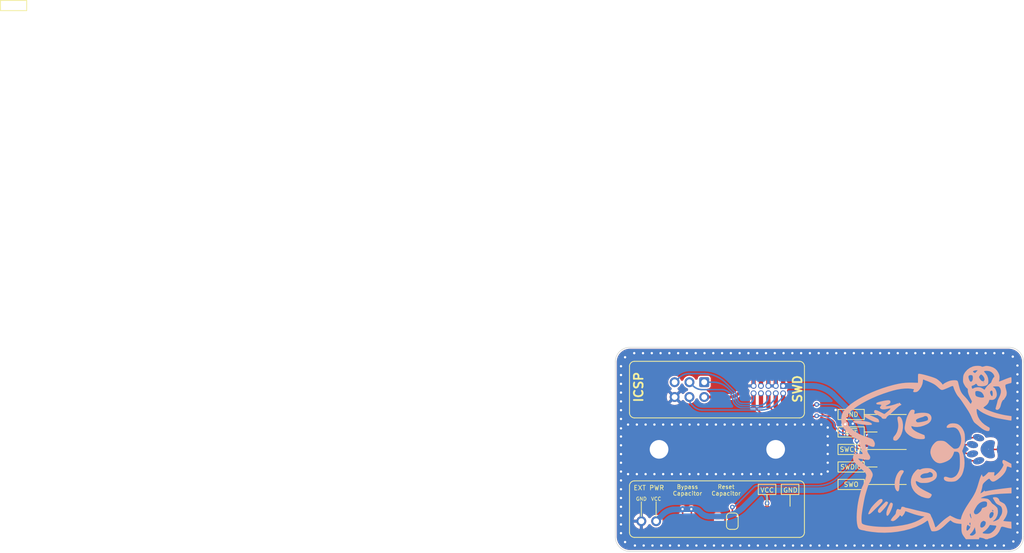
<source format=kicad_pcb>
(kicad_pcb (version 20211014) (generator pcbnew)
  (title_block (comment 4 "AISLER Project ID: LLLLFHSR"))
  (layers (0 "F.Cu" signal) (31 "B.Cu" signal) (34 "B.Paste" user) (35 "F.Paste" user) (36 "B.SilkS" user "B.Silkscreen") (37 "F.SilkS" user "F.Silkscreen") (38 "B.Mask" user) (39 "F.Mask" user) (44 "Edge.Cuts" user))
  (net 0 "")
  (net 1 "GND")
  (net 2 "VCC")
  (net 3 "Net-(C1-Pad1)")
  (net 4 "/SWDIO{slash}MOSI")
  (net 5 "/SWCLK{slash}SCK")
  (net 6 "/SWO{slash}MISO")
  (net 7 "/NRST{slash}RST")
  (net 8 "/N{slash}A_R")
  (net 9 "/N{slash}A_L")
  (footprint "Capacitor_SMD:C_0603_1608Metric" (layer "F.Cu") (at 114.766773 89.32125 -90)
    (fp_text reference "C3" hide)
    (fp_text value "100p")
  )
  (footprint "KiCAD Library:TestPoint_Keystone_5019_Minature_No_Silkscreen" (layer "F.Cu") (at 149.890165 74 180)
    (fp_text reference "TP5" hide)
    (fp_text value "TestPoint" hide)
  )
  (footprint "Connector_PinHeader_1.27mm:PinHeader_2x05_P1.27mm_Vertical_SMD" (layer "F.Cu") (at 129.468551 66.750001 -90)
    (fp_text reference "J3" hide)
    (fp_text value "PM20B05VBDN" hide)
  )
  (footprint "Connector_PinHeader_1.27mm:PinHeader_2x05_P1.27mm_Vertical" (layer "F.Cu") (at 132.008551 66.115001 -90)
    (fp_text reference "J4" hide)
    (fp_text value "THT variant" hide)
  )
  (footprint "Capacitor_SMD:C_0603_1608Metric" (layer "F.Cu") (at 120.789799 89.32125 -90)
    (fp_text reference "C1" hide)
    (fp_text value "100n")
  )
  (footprint "KiCAD Library:TestPoint_Keystone_5019_Minature_No_Silkscreen" (layer "F.Cu") (at 129.243549 88.65 90)
    (fp_text reference "TP6" hide)
    (fp_text value "1" hide)
  )
  (footprint "KiCAD Library:TestPoint_Keystone_5019_Minature_No_Silkscreen" (layer "F.Cu") (at 154.890165 71 180)
    (fp_text reference "TP2" hide)
    (fp_text value "TestPoint" hide)
  )
  (footprint "Connector_PinSocket_2.54mm:PinSocket_1x02_P2.54mm_Vertical" (layer "F.Cu") (at 110.218549 89.32125 -90)
    (fp_text reference "J5" hide)
    (fp_text value "Power" hide)
  )
  (footprint "Connector_IDC:IDC-Header_2x03_P2.54mm_Vertical" (layer "F.Cu") (at 118.468551 65.48 -90)
    (fp_text reference "J1" hide)
    (fp_text value "ICSP")
  )
  (footprint "KiCAD Library:pawpad_holeless" (layer "F.Cu") (at 165.640165 77 90)
    (fp_text reference "J2" hide)
    (fp_text value "PawPrint" hide)
  )
  (footprint "MountingHole:MountingHole_3.2mm_M3_DIN965_Pad" (layer "F.Cu") (at 130.718551 77)
    (fp_text reference "H2" hide)
    (fp_text value "M3")
  )
  (footprint "MountingHole:MountingHole_3.2mm_M3_DIN965_Pad" (layer "F.Cu") (at 110.718551 77)
    (fp_text reference "H1" hide)
    (fp_text value "M3")
  )
  (footprint "KiCAD Library:TestPoint_Keystone_5019_Minature_No_Silkscreen" (layer "F.Cu") (at 154.890165 83 180)
    (fp_text reference "TP1" hide)
    (fp_text value "TestPoint" hide)
  )
  (footprint "Capacitor_SMD:C_0603_1608Metric" (layer "F.Cu") (at 116.266773 89.32125 -90)
    (fp_text reference "C2" hide)
    (fp_text value "100n")
  )
  (footprint "KiCAD Library:TestPoint_Keystone_5019_Minature_No_Silkscreen" (layer "F.Cu") (at 154.890165 77 180)
    (fp_text reference "TP4" hide)
    (fp_text value "TestPoint" hide)
  )
  (footprint "KiCAD Library:TestPoint_Keystone_5019_Minature_No_Silkscreen" (layer "F.Cu") (at 133.193549 88.65 90)
    (fp_text reference "TP7" hide)
    (fp_text value "2")
  )
  (footprint "Jumper:SolderJumper-2_P1.3mm_Open_RoundedPad1.0x1.5mm" (layer "F.Cu") (at 123.289799 89.32125 -90)
    (fp_text reference "JP1" hide)
    (fp_text value "RST Capacitor")
  )
  (footprint "KiCAD Library:TestPoint_Keystone_5019_Minature_No_Silkscreen" (layer "F.Cu") (at 149.890165 80 180)
    (fp_text reference "TP3" hide)
    (fp_text value "TestPoint" hide)
  )
  (footprint "LOGO" (layer "B.Cu") (at 156.158382 77.4 -90)
    (fp_text reference "G***" hide)
    (fp_text value "LOGO" hide)
  )
  (gr_arc (start 135.65 91.250001) (mid 135.401041 91.851042) (end 134.8 92.100001) (layer "F.SilkS") (width 0.15))
  (gr_rect (start 131.693549 83) (end 134.693549 84.75) (layer "F.SilkS") (width 0.15) (fill none))
  (gr_line (start 122.889799 87.92125) (end 123.689799 87.92125) (layer "F.SilkS") (width 0.15))
  (gr_arc (start 135.65 70.75) (mid 135.401041 71.351041) (end 134.8 71.6) (layer "F.SilkS") (width 0.15))
  (gr_rect (start 127.743549 83) (end 130.743549 84.75) (layer "F.SilkS") (width 0.15) (fill none))
  (gr_line (start 124.289799 90.12125) (end 124.289799 88.52125) (layer "F.SilkS") (width 0.15))
  (gr_rect locked (start 141.419765 76.14625) (end 145.919765 77.89625) (layer "F.SilkS") (width 0.15) (fill none))
  (gr_line (start 105.65 83.250001) (end 105.65 91.250001) (layer "F.SilkS") (width 0.15))
  (gr_line (start 134.8 71.6) (end 106.5 71.6) (layer "F.SilkS") (width 0.15))
  (gr_line (start 133.193549 84.75) (end 133.193549 86.75) (layer "F.SilkS") (width 0.15))
  (gr_rect locked (start 141.419765 79.14625) (end 145.919765 80.89625) (layer "F.SilkS") (width 0.15) (fill none))
  (gr_line locked (start 148.119765 74.02125) (end 145.919765 74.02125) (layer "F.SilkS") (width 0.15))
  (gr_line (start 129.243549 84.75) (end 129.243549 86.75) (layer "F.SilkS") (width 0.15))
  (gr_arc (start 122.289799 88.52125) (mid 122.465535 88.096986) (end 122.889799 87.92125) (layer "F.SilkS") (width 0.15))
  (gr_line locked (start 145.919765 80.02125) (end 148.119765 80.02125) (layer "F.SilkS") (width 0.15))
  (gr_arc (start 124.289799 90.12125) (mid 124.114063 90.545514) (end 123.689799 90.72125) (layer "F.SilkS") (width 0.15))
  (gr_line (start 135.65 70.75) (end 135.65 62.75) (layer "F.SilkS") (width 0.15))
  (gr_arc (start 122.889799 90.72125) (mid 122.465535 90.545514) (end 122.289799 90.12125) (layer "F.SilkS") (width 0.15))
  (gr_line (start 106.5 82.400001) (end 134.8 82.400001) (layer "F.SilkS") (width 0.15))
  (gr_line (start 122.289799 90.12125) (end 122.289799 88.52125) (layer "F.SilkS") (width 0.15))
  (gr_line (start 106.5 61.9) (end 134.8 61.9) (layer "F.SilkS") (width 0.15))
  (gr_rect locked (start 141.419765 82.14625) (end 145.919765 83.89625) (layer "F.SilkS") (width 0.15) (fill none))
  (gr_line locked (start 153.119765 83.02125) (end 145.919765 83.02125) (layer "F.SilkS") (width 0.15))
  (gr_line (start 110.218549 86) (end 110.218549 88.5) (layer "F.SilkS") (width 0.15))
  (gr_line (start 134.8 92.100001) (end 106.5 92.100001) (layer "F.SilkS") (width 0.15))
  (gr_line (start 123.689799 90.72125) (end 122.889799 90.72125) (layer "F.SilkS") (width 0.15))
  (gr_arc (start 134.8 61.9) (mid 135.401041 62.148959) (end 135.65 62.75) (layer "F.SilkS") (width 0.15))
  (gr_arc (start 123.689799 87.92125) (mid 124.114063 88.096986) (end 124.289799 88.52125) (layer "F.SilkS") (width 0.15))
  (gr_arc (start 105.65 83.250001) (mid 105.898959 82.64896) (end 106.5 82.400001) (layer "F.SilkS") (width 0.15))
  (gr_line (start 135.65 91.250001) (end 135.65 83.250001) (layer "F.SilkS") (width 0.15))
  (gr_arc (start 134.8 82.400001) (mid 135.401041 82.64896) (end 135.65 83.250001) (layer "F.SilkS") (width 0.15))
  (gr_line locked (start 153.121987 77.02125) (end 145.919765 77.02125) (layer "F.SilkS") (width 0.15))
  (gr_rect locked (start -2.25 0) (end 2.25 1.75) (layer "F.SilkS") (width 0.15) (fill none))
  (gr_arc (start 106.5 71.6) (mid 105.898959 71.351041) (end 105.65 70.75) (layer "F.SilkS") (width 0.15))
  (gr_arc (start 106.5 92.100001) (mid 105.898959 91.851042) (end 105.65 91.250001) (layer "F.SilkS") (width 0.15))
  (gr_line (start 107.678549 86) (end 107.678549 88.5) (layer "F.SilkS") (width 0.15))
  (gr_rect locked (start 141.419765 73.138986) (end 145.919765 74.888986) (layer "F.SilkS") (width 0.15) (fill none))
  (gr_line (start 105.65 62.75) (end 105.65 70.75) (layer "F.SilkS") (width 0.15))
  (gr_line locked (start 153.121987 71.02125) (end 145.919765 71.02125) (layer "F.SilkS") (width 0.15))
  (gr_rect locked (start 141.419765 70.14625) (end 145.919765 71.89625) (layer "F.SilkS") (width 0.15) (fill none))
  (gr_arc (start 105.65 62.75) (mid 105.898959 62.148959) (end 106.5 61.9) (layer "F.SilkS") (width 0.15))
  (gr_line locked (start 142.669765 73.438986) (end 144.669765 73.438986) (layer "F.SilkS") (width 0.15))
  (gr_line (start 170.718551 94.5) (end 105.718551 94.5) (layer "Edge.Cuts") (width 0.1))
  (gr_line (start 105.718551 59.5) (end 170.718551 59.5) (layer "Edge.Cuts") (width 0.1))
  (gr_line (start 173.218551 62) (end 173.218551 92) (layer "Edge.Cuts") (width 0.1))
  (gr_arc (start 105.718551 94.5) (mid 103.950751 93.767781) (end 103.218551 92) (layer "Edge.Cuts") (width 0.1))
  (gr_arc (start 170.718551 59.5) (mid 172.486318 60.232233) (end 173.218551 62) (layer "Edge.Cuts") (width 0.1))
  (gr_line (start 103.218551 62) (end 103.218551 92) (layer "Edge.Cuts") (width 0.1))
  (gr_arc (start 103.218551 62) (mid 103.950784 60.232233) (end 105.718551 59.5) (layer "Edge.Cuts") (width 0.1))
  (gr_arc (start 173.218551 92) (mid 172.486318 93.767767) (end 170.718551 94.5) (layer "Edge.Cuts") (width 0.1))
  (gr_text "GND" (at 133.25 84) (layer "F.SilkS") (effects (font (size 0.8 0.8) (thickness 0.12))))
  (gr_text "GND" (at 107.678549 85.5) (layer "F.SilkS") (effects (font (size 0.6 0.6) (thickness 0.1))))
  (gr_text "Bypass\nCapacitor" (at 115.593549 84) (layer "F.SilkS") (effects (font (size 0.7 0.7) (thickness 0.11))))
  (gr_text "SWDIO" (at 143.669765 80.02125) (layer "F.SilkS") (effects (font (size 0.8 0.8) (thickness 0.12))))
  (gr_text "SWO" (at 143.669765 83.02125) (layer "F.SilkS") (effects (font (size 0.8 0.8) (thickness 0.12))))
  (gr_text "Reset\nCapacitor" (at 122.218549 84) (layer "F.SilkS") (effects (font (size 0.7 0.7) (thickness 0.11))))
  (gr_text "SWD" (at 134.468551 66.635001 90) (layer "F.SilkS") (effects (font (size 1.5 1.5) (thickness 0.3))))
  (gr_text "RST" (at 143.669765 74.188986) (layer "F.SilkS") (effects (font (size 0.8 0.8) (thickness 0.12))))
  (gr_text "VCC" (at 110.218549 85.5) (layer "F.SilkS") (effects (font (size 0.6 0.6) (thickness 0.1))))
  (gr_text "ICSP" (at 107.218551 66.32125 90) (layer "F.SilkS") (effects (font (size 1.5 1.5) (thickness 0.3))))
  (gr_text "EXT PWR" (at 108.968549 83.6) (layer "F.SilkS") (effects (font (size 0.8 0.8) (thickness 0.12))))
  (gr_text "VCC" (at 129.25 84) (layer "F.SilkS") (effects (font (size 0.8 0.8) (thickness 0.12))))
  (gr_text "SWCLK" (at 143.669765 77.02125) (layer "F.SilkS") (effects (font (size 0.8 0.8) (thickness 0.12))))
  (gr_text "GND" (at 143.669765 71.02125) (layer "F.SilkS") (effects (font (size 0.8 0.8) (thickness 0.12))))
  (segment (start 169.953845 77.025449) (end 169.840294 77.014266) (width 0.25) (layer "F.Cu") (net 1))
  (segment (start 170.380984 77.178281) (end 170.475855 77.241672) (width 0.25) (layer "F.Cu") (net 1))
  (segment (start 170.732938 77.467122) (end 170.827809 77.530513) (width 0.25) (layer "F.Cu") (net 1))
  (segment (start 172.190988 77.694531) (end 171.3685 77.694531) (width 0.25) (layer "F.Cu") (net 1))
  (segment (start 171.14304 77.661086) (end 171.254949 77.683347) (width 0.25) (layer "F.Cu") (net 1))
  (segment (start 169.840294 77.014266) (end 167.404431 77.014266) (width 0.25) (layer "F.Cu") (net 1))
  (segment (start 171.033853 77.627964) (end 171.14304 77.661086) (width 0.25) (layer "F.Cu") (net 1))
  (segment (start 170.280357 77.124495) (end 170.380984 77.178281) (width 0.25) (layer "F.Cu") (net 1))
  (segment (start 170.644738 77.394738) (end 170.564056 77.314056) (width 0.25) (layer "F.Cu") (net 1))
  (segment (start 170.475855 77.241672) (end 170.564056 77.314056) (width 0.25) (layer "F.Cu") (net 1))
  (segment (start 170.065754 77.047709) (end 169.953845 77.025449) (width 0.25) (layer "F.Cu") (net 1))
  (segment (start 170.644738 77.394738) (end 170.732938 77.467122) (width 0.25) (layer "F.Cu") (net 1))
  (segment (start 171.254949 77.683347) (end 171.3685 77.694531) (width 0.25) (layer "F.Cu") (net 1))
  (segment (start 171.033853 77.627964) (end 170.928437 77.584299) (width 0.25) (layer "F.Cu") (net 1))
  (segment (start 170.827809 77.530513) (end 170.928437 77.584299) (width 0.25) (layer "F.Cu") (net 1))
  (segment (start 170.065754 77.047709) (end 170.174941 77.08083) (width 0.25) (layer "F.Cu") (net 1))
  (segment (start 170.174941 77.08083) (end 170.280357 77.124495) (width 0.25) (layer "F.Cu") (net 1))
  (via (at 166.848004 93.5) (size 0.8) (drill 0.4) (layers "F.Cu" "B.Cu") (net 1))
  (via (at 153.28702 93.5) (size 0.8) (drill 0.4) (layers "F.Cu" "B.Cu") (net 1))
  (via (at 104.190988 70.278298) (size 0.8) (drill 0.4) (layers "F.Cu" "B.Cu") (net 1))
  (via (at 117.006776 60.5) (size 0.8) (drill 0.4) (layers "F.Cu" "B.Cu") (net 1))
  (via (at 104.190988 62.744418) (size 0.8) (drill 0.4) (layers "F.Cu" "B.Cu") (net 1))
  (via (at 123.48224 72.75) (size 0.8) (drill 0.4) (layers "F.Cu" "B.Cu") (net 1))
  (via (at 107.96612 60.5) (size 0.8) (drill 0.4) (layers "F.Cu" "B.Cu") (net 1))
  (via (at 145.75314 93.5) (size 0.8) (drill 0.4) (layers "F.Cu" "B.Cu") (net 1))
  (via (at 172.190988 80.708083) (size 0.8) (drill 0.4) (layers "F.Cu" "B.Cu") (net 1))
  (via (at 106.576964 93.5) (size 0.8) (drill 0.4) (layers "F.Cu" "B.Cu") (net 1))
  (via (at 135.536448 72.75) (size 0.8) (drill 0.4) (layers "F.Cu" "B.Cu") (net 1))
  (via (at 172.190988 68.653875) (size 0.8) (drill 0.4) (layers "F.Cu" "B.Cu") (net 1))
  (via (at 111.428032 81.25) (size 0.8) (drill 0.4) (layers "F.Cu" "B.Cu") (net 1))
  (via (at 163.834452 93.5) (size 0.8) (drill 0.4) (layers "F.Cu" "B.Cu") (net 1))
  (via (at 165.341228 93.5) (size 0.8) (drill 0.4) (layers "F.Cu" "B.Cu") (net 1))
  (via (at 131.01612 81.25) (size 0.8) (drill 0.4) (layers "F.Cu" "B.Cu") (net 1))
  (via (at 138.55 81.25) (size 0.8) (drill 0.4) (layers "F.Cu" "B.Cu") (net 1))
  (via (at 115.61762 93.5) (size 0.8) (drill 0.4) (layers "F.Cu" "B.Cu") (net 1))
  (via (at 165.223608 60.5) (size 0.8) (drill 0.4) (layers "F.Cu" "B.Cu") (net 1))
  (via (at 129.178604 93.5) (size 0.8) (drill 0.4) (layers "F.Cu" "B.Cu") (net 1))
  (via (at 147.259916 93.5) (size 0.8) (drill 0.4) (layers "F.Cu" "B.Cu") (net 1))
  (via (at 124.989016 81.25) (size 0.8) (drill 0.4) (layers "F.Cu" "B.Cu") (net 1))
  (via (at 172.190988 70.160651) (size 0.8) (drill 0.4) (layers "F.Cu" "B.Cu") (net 1))
  (via (at 104.890988 92.9) (size 0.8) (drill 0.4) (layers "F.Cu" "B.Cu") (net 1))
  (via (at 171.490988 92.8) (size 0.8) (drill 0.4) (layers "F.Cu" "B.Cu") (net 1))
  (via (at 104.190988 71.785074) (size 0.8) (drill 0.4) (layers "F.Cu" "B.Cu") (net 1))
  (via (at 136.594864 60.5) (size 0.8) (drill 0.4) (layers "F.Cu" "B.Cu") (net 1))
  (via (at 133.581312 60.5) (size 0.8) (drill 0.4) (layers "F.Cu" "B.Cu") (net 1))
  (via (at 108.41448 81.25) (size 0.8) (drill 0.4) (layers "F.Cu" "B.Cu") (net 1))
  (via (at 151.780244 93.5) (size 0.8) (drill 0.4) (layers "F.Cu" "B.Cu") (net 1))
  (via (at 172.190988 76.187755) (size 0.8) (drill 0.4) (layers "F.Cu" "B.Cu") (net 1))
  (via (at 120.468688 81.25) (size 0.8) (drill 0.4) (layers "F.Cu" "B.Cu") (net 1))
  (via (at 120.468688 72.75) (size 0.8) (drill 0.4) (layers "F.Cu" "B.Cu") (net 1))
  (via (at 104.190988 86.852834) (size 0.8) (drill 0.4) (layers "F.Cu" "B.Cu") (net 1))
  (via (at 118.631172 93.5) (size 0.8) (drill 0.4) (layers "F.Cu" "B.Cu") (net 1))
  (via (at 104.190988 80.806776) (size 0.8) (drill 0.4) (layers "F.Cu" "B.Cu") (net 1))
  (via (at 139.65 74.772896) (size 0.8) (drill 0.4) (layers "F.Cu" "B.Cu") (net 1))
  (via (at 108.08374 93.5) (size 0.8) (drill 0.4) (layers "F.Cu" "B.Cu") (net 1))
  (via (at 135.205708 93.5) (size 0.8) (drill 0.4) (layers "F.Cu" "B.Cu") (net 1))
  (via (at 169.743936 60.5) (size 0.8) (drill 0.4) (layers "F.Cu" "B.Cu") (net 1))
  (via (at 127.671828 93.5) (size 0.8) (drill 0.4) (layers "F.Cu" "B.Cu") (net 1))
  (via (at 111.428032 72.75) (size 0.8) (drill 0.4) (layers "F.Cu" "B.Cu") (net 1))
  (via (at 172.190988 67.147099) (size 0.8) (drill 0.4) (layers "F.Cu" "B.Cu") (net 1))
  (via (at 128.002568 81.25) (size 0.8) (drill 0.4) (layers "F.Cu" "B.Cu") (net 1))
  (via (at 162.327676 93.5) (size 0.8) (drill 0.4) (layers "F.Cu" "B.Cu") (net 1))
  (via (at 159.196504 60.5) (size 0.8) (drill 0.4) (layers "F.Cu" "B.Cu") (net 1))
  (via (at 131.01612 72.75) (size 0.8) (drill 0.4) (layers "F.Cu" "B.Cu") (net 1))
  (via (at 154.793796 93.5) (size 0.8) (drill 0.4) (layers "F.Cu" "B.Cu") (net 1))
  (via (at 143.95 72.6) (size 0.8) (drill 0.4) (layers "F.Cu" "B.Cu") (net 1))
  (via (at 139.726036 93.5) (size 0.8) (drill 0.4) (layers "F.Cu" "B.Cu") (net 1))
  (via (at 172.190988 85.228411) (size 0.8) (drill 0.4) (layers "F.Cu" "B.Cu") (net 1))
  (via (at 157.807348 93.5) (size 0.8) (drill 0.4) (layers "F.Cu" "B.Cu") (net 1))
  (via (at 128.002568 72.75) (size 0.8) (drill 0.4) (layers "F.Cu" "B.Cu") (net 1))
  (via (at 109.921256 81.25) (size 0.8) (drill 0.4) (layers "F.Cu" "B.Cu") (net 1))
  (via (at 132.192156 93.5) (size 0.8) (drill 0.4) (layers "F.Cu" "B.Cu") (net 1))
  (via (at 150.155848 60.5) (size 0.8) (drill 0.4) (layers "F.Cu" "B.Cu") (net 1))
  (via (at 168.35478 93.5) (size 0.8) (drill 0.4) (layers "F.Cu" "B.Cu") (net 1))
  (via (at 108.41448 72.75) (size 0.8) (drill 0.4) (layers "F.Cu" "B.Cu") (net 1))
  (via (at 132.074536 60.5) (size 0.8) (drill 0.4) (layers "F.Cu" "B.Cu") (net 1))
  (via (at 121.975464 72.75) (size 0.8) (drill 0.4) (layers "F.Cu" "B.Cu") (net 1))
  (via (at 144.128744 60.5) (size 0.8) (drill 0.4) (layers "F.Cu" "B.Cu") (net 1))
  (via (at 172.190988 62.626771) (size 0.8) (drill 0.4) (layers "F.Cu" "B.Cu") (net 1))
  (via (at 114.441584 72.75) (size 0.8) (drill 0.4) (layers "F.Cu" "B.Cu") (net 1))
  (via (at 133.698932 93.5) (size 0.8) (drill 0.4) (layers "F.Cu" "B.Cu") (net 1))
  (via (at 104.190988 67.264746) (size 0.8) (drill 0.4) (layers "F.Cu" "B.Cu") (net 1))
  (via (at 172.190988 65.640323) (size 0.8) (drill 0.4) (layers "F.Cu" "B.Cu") (net 1))
  (via (at 112.486448 60.5) (size 0.8) (drill 0.4) (layers "F.Cu" "B.Cu") (net 1))
  (via (at 123.48224 81.25) (size 0.8) (drill 0.4) (layers "F.Cu" "B.Cu") (net 1))
  (via (at 126.495792 81.25) (size 0.8) (drill 0.4) (layers "F.Cu" "B.Cu") (net 1))
  (via (at 172.190988 82.214859) (size 0.8) (drill 0.4) (layers "F.Cu" "B.Cu") (net 1))
  (via (at 118.513552 60.5) (size 0.8) (drill 0.4) (layers "F.Cu" "B.Cu") (net 1))
  (via (at 156.300572 93.5) (size 0.8) (drill 0.4) (layers "F.Cu" "B.Cu") (net 1))
  (via (at 112.604068 93.5) (size 0.8) (drill 0.4) (layers "F.Cu" "B.Cu") (net 1))
  (via (at 104.190988 88.35961) (size 0.8) (drill 0.4) (layers "F.Cu" "B.Cu") (net 1))
  (via (at 138.21926 93.5) (size 0.8) (drill 0.4) (layers "F.Cu" "B.Cu") (net 1))
  (via (at 117.124396 93.5) (size 0.8) (drill 0.4) (layers "F.Cu" "B.Cu") (net 1))
  (via (at 139.608416 60.5) (size 0.8) (drill 0.4) (layers "F.Cu" "B.Cu") (net 1))
  (via (at 136.712484 93.5) (size 0.8) (drill 0.4) (layers "F.Cu" "B.Cu") (net 1))
  (via (at 118.961912 81.25) (size 0.8) (drill 0.4) (layers "F.Cu" "B.Cu") (net 1))
  (via (at 129.509344 72.75) (size 0.8) (drill 0.4) (layers "F.Cu" "B.Cu") (net 1))
  (via (at 172.190988 73.174203) (size 0.8) (drill 0.4) (layers "F.Cu" "B.Cu") (net 1))
  (via (at 114.441584 81.25) (size 0.8) (drill 0.4) (layers "F.Cu" "B.Cu") (net 1))
  (via (at 121.527104 60.5) (size 0.8) (drill 0.4) (layers "F.Cu" "B.Cu") (net 1))
  (via (at 109.590516 93.5) (size 0.8) (drill 0.4) (layers "F.Cu" "B.Cu") (net 1))
  (via (at 172.190988 86.735187) (size 0.8) (drill 0.4) (layers "F.Cu" "B.Cu") (net 1))
  (via (at 147.142296 60.5) (size 0.8) (drill 0.4) (layers "F.Cu" "B.Cu") (net 1))
  (via (at 104.190988 79.3) (size 0.8) (drill 0.4) (layers "F.Cu" "B.Cu") (net 1))
  (via (at 109.472896 60.5) (size 0.8) (drill 0.4) (layers "F.Cu" "B.Cu") (net 1))
  (via (at 150.273468 93.5) (size 0.8) (drill 0.4) (layers "F.Cu" "B.Cu") (net 1))
  (via (at 129.060984 60.5) (size 0.8) (drill 0.4) (layers "F.Cu" "B.Cu") (net 1))
  (via (at 172.190988 79.201307) (size 0.8) (drill 0.4) (layers "F.Cu" "B.Cu") (net 1))
  (via (at 115.94836 72.75) (size 0.8) (drill 0.4) (layers "F.Cu" "B.Cu") (net 1))
  (via (at 172.190988 64.133547) (size 0.8) (drill 0.4) (layers "F.Cu" "B.Cu") (net 1))
  (via (at 104.190988 89.866386) (size 0.8) (drill 0.4) (layers "F.Cu" "B.Cu") (net 1))
  (via (at 137.043224 81.25) (size 0.8) (drill 0.4) (layers "F.Cu" "B.Cu") (net 1))
  (via (at 139.65 79.293224) (size 0.8) (drill 0.4) (layers "F.Cu" "B.Cu") (net 1))
  (via (at 142.739588 93.5) (size 0.8) (drill 0.4) (layers "F.Cu" "B.Cu") (net 1))
  (via (at 120.137948 93.5) (size 0.8) (drill 0.4) (layers "F.Cu" "B.Cu") (net 1))
  (via (at 139.65 73.26612) (size 0.8) (drill 0.4) (layers "F.Cu" "B.Cu") (net 1))
  (via (at 138.10164 60.5) (size 0.8) (drill 0.4) (layers "F.Cu" "B.Cu") (net 1))
  (via (at 134.029672 72.75) (size 0.8) (drill 0.4) (layers "F.Cu" "B.Cu") (net 1))
  (via (at 115.94836 81.25) (size 0.8) (drill 0.4) (layers "F.Cu" "B.Cu") (net 1))
  (via (at 132.522896 72.75) (size 0.8) (drill 0.4) (layers "F.Cu" "B.Cu") (net 1))
  (via (at 104.890988 61.2) (size 0.8) (drill 0.4) (layers "F.Cu" "B.Cu") (net 1))
  (via (at 110.979672 60.5) (size 0.8) (drill 0.4) (layers "F.Cu" "B.Cu") (net 1))
  (via (at 145.63552 60.5) (size 0.8) (drill 0.4) (layers "F.Cu" "B.Cu") (net 1))
  (via (at 114.110844 93.5) (size 0.8) (drill 0.4) (layers "F.Cu" "B.Cu") (net 1))
  (via (at 105.400928 72.75) (size 0.8) (drill 0.4) (layers "F.Cu" "B.Cu") (net 1))
  (via (at 139.65 76.279672) (size 0.8) (drill 0.4) (layers "F.Cu" "B.Cu") (net 1))
  (via (at 126.165052 93.5) (size 0.8) (drill 0.4) (layers "F.Cu" "B.Cu") (net 1))
  (via (at 130.56776 60.5) (size 0.8) (drill 0.4) (layers "F.Cu" "B.Cu") (net 1))
  (via (at 163.716832 60.5) (size 0.8) (drill 0.4) (layers "F.Cu" "B.Cu") (net 1))
  (via (at 139.65 77.786448) (size 0.8) (drill 0.4) (layers "F.Cu" "B.Cu") (net 1))
  (via (at 138.55 72.75) (size 0.8) (drill 0.4) (layers "F.Cu" "B.Cu") (net 1))
  (via (at 171.390988 61.1) (size 0.8) (drill 0.4) (layers "F.Cu" "B.Cu") (net 1))
  (via (at 106.907704 72.75) (size 0.8) (drill 0.4) (layers "F.Cu" "B.Cu") (net 1))
  (via (at 106.907704 81.25) (size 0.8) (drill 0.4) (layers "F.Cu" "B.Cu") (net 1))
  (via (at 123.03388 60.5) (size 0.8) (drill 0.4) (layers "F.Cu" "B.Cu") (net 1))
  (via (at 104.190988 68.771522) (size 0.8) (drill 0.4) (layers "F.Cu" "B.Cu") (net 1))
  (via (at 106.459344 60.5) (size 0.8) (drill 0.4) (layers "F.Cu" "B.Cu") (net 1))
  (via (at 104.190988 85.346058) (size 0.8) (drill 0.4) (layers "F.Cu" "B.Cu") (net 1))
  (via (at 160.8209 93.5) (size 0.8) (drill 0.4) (layers "F.Cu" "B.Cu") (net 1))
  (via (at 121.975464 81.25) (size 0.8) (drill 0.4) (layers "F.Cu" "B.Cu") (net 1))
  (via (at 141 70.25) (size 0.8) (drill 0.4) (layers "F.Cu" "B.Cu") (net 1))
  (via (at 113.993224 60.5) (size 0.8) (drill 0.4) (layers "F.Cu" "B.Cu") (net 1))
  (via (at 132.522896 81.25) (size 0.8) (drill 0.4) (layers "F.Cu" "B.Cu") (net 1))
  (via (at 160.70328 60.5) (size 0.8) (drill 0.4) (layers "F.Cu" "B.Cu") (net 1))
  (via (at 104.190988 64.251194) (size 0.8) (drill 0.4) (layers "F.Cu" "B.Cu") (net 1))
  (via (at 141.115192 60.5) (size 0.8) (drill 0.4) (layers "F.Cu" "B.Cu") (net 1))
  (via (at 156.182952 60.5) (size 0.8) (drill 0.4) (layers "F.Cu" "B.Cu") (net 1))
  (via (at 126.495792 72.75) (size 0.8) (drill 0.4) (layers "F.Cu" "B.Cu") (net 1))
  (via (at 159.314124 93.5) (size 0.8) (drill 0.4) (layers "F.Cu" "B.Cu") (net 1))
  (via (at 105.400928 81.25) (size 0.8) (drill 0.4) (layers "F.Cu" "B.Cu") (net 1))
  (via (at 126.047432 60.5) (size 0.8) (drill 0.4) (layers "F.Cu" "B.Cu") (net 1))
  (via (at 120.020328 60.5) (size 0.8) (drill 0.4) (layers "F.Cu" "B.Cu") (net 1))
  (via (at 134.029672 81.25) (size 0.8) (drill 0.4) (layers "F.Cu" "B.Cu") (net 1))
  (via (at 123.1515 93.5) (size 0.8) (drill 0.4) (layers "F.Cu" "B.Cu") (net 1))
  (via (at 151.662624 60.5) (size 0.8) (drill 0.4) (layers "F.Cu" "B.Cu") (net 1))
  (via locked (at 104.190988 76.305402) (size 0.8) (drill 0.4) (layers "F.Cu" "B.Cu") (net 1))
  (via locked (at 104.190988 74.798626) (size 0.8) (drill 0.4) (layers "F.Cu" "B.Cu") (net 1))
  (via (at 118.961912 72.75) (size 0.8) (drill 0.4) (layers "F.Cu" "B.Cu") (net 1))
  (via (at 137.043224 72.75) (size 0.8) (drill 0.4) (layers "F.Cu" "B.Cu") (net 1))
  (via (at 139.65 80.8) (size 0.8) (drill 0.4) (layers "F.Cu" "B.Cu") (net 1))
  (via (at 172.190988 91.255515) (size 0.8) (drill 0.4) (layers "F.Cu" "B.Cu") (net 1))
  (via (at 112.934808 81.25) (size 0.8) (drill 0.4) (layers "F.Cu" "B.Cu") (net 1))
  (via (at 112.934808 72.75) (size 0.8) (drill 0.4) (layers "F.Cu" "B.Cu") (net 1))
  (via (at 104.190988 83.839282) (size 0.8) (drill 0.4) (layers "F.Cu" "B.Cu") (net 1))
  (via (at 129.509344 81.25) (size 0.8) (drill 0.4) (layers "F.Cu" "B.Cu") (net 1))
  (via (at 162.210056 60.5) (size 0.8) (drill 0.4) (layers "F.Cu" "B.Cu") (net 1))
  (via (at 117.455136 81.25) (size 0.8) (drill 0.4) (layers "F.Cu" "B.Cu") (net 1))
  (via (at 124.989016 72.75) (size 0.8) (drill 0.4) (layers "F.Cu" "B.Cu") (net 1))
  (via (at 104.190988 82.332506) (size 0.8) (drill 0.4) (layers "F.Cu" "B.Cu") (net 1))
  (via locked (at 104.190988 77.812178) (size 0.8) (drill 0.4) (layers "F.Cu" "B.Cu") (net 1))
  (via (at 124.540656 60.5) (size 0.8) (drill 0.4) (layers "F.Cu" "B.Cu") (net 1))
  (via (at 144.246364 93.5) (size 0.8) (drill 0.4) (layers "F.Cu" "B.Cu") (net 1))
  (via (at 135.088088 60.5) (size 0.8) (drill 0.4) (layers "F.Cu" "B.Cu") (net 1))
  (via (at 127.554208 60.5) (size 0.8) (drill 0.4) (layers "F.Cu" "B.Cu") (net 1))
  (via (at 172.190988 74.680979) (size 0.8) (drill 0.4) (layers "F.Cu" "B.Cu") (net 1))
  (via (at 121.644724 93.5) (size 0.8) (drill 0.4) (layers "F.Cu" "B.Cu") (net 1))
  (via (at 168.23716 60.5) (size 0.8) (drill 0.4) (layers "F.Cu" "B.Cu") (net 1))
  (via (at 157.689728 60.5) (size 0.8) (drill 0.4) (layers "F.Cu" "B.Cu") (net 1))
  (via (at 169.861556 93.5) (size 0.8) (drill 0.4) (layers "F.Cu" "B.Cu") (net 1))
  (via (at 172.190988 88.241963) (size 0.8) (drill 0.4) (layers "F.Cu" "B.Cu") (net 1))
  (via (at 172.190988 83.721635) (size 0.8) (drill 0.4) (layers "F.Cu" "B.Cu") (net 1))
  (via (at 109.921256 72.75) (size 0.8) (drill 0.4) (layers "F.Cu" "B.Cu") (net 1))
  (via (at 148.766692 93.5) (size 0.8) (drill 0.4) (layers "F.Cu" "B.Cu") (net 1))
  (via (at 142.621968 60.5) (size 0.8) (drill 0.4) (layers "F.Cu" "B.Cu") (net 1))
  (via (at 154.676176 60.5) (size 0.8) (drill 0.4) (layers "F.Cu" "B.Cu") (net 1))
  (via (at 130.68538 93.5) (size 0.8) (drill 0.4) (layers "F.Cu" "B.Cu") (net 1))
  (via (at 124.658276 93.5) (size 0.8) (drill 0.4) (layers "F.Cu" "B.Cu") (net 1))
  (via (at 166.730384 60.5) (size 0.8) (drill 0.4) (layers "F.Cu" "B.Cu") (net 1))
  (via (at 148.649072 60.5) (size 0.8) (drill 0.4) (layers "F.Cu" "B.Cu") (net 1))
  (via (at 172.190988 77.694531) (size 0.8) (drill 0.4) (layers "F.Cu" "B.Cu") (net 1))
  (via (at 111.097292 93.5) (size 0.8) (drill 0.4) (layers "F.Cu" "B.Cu") (net 1))
  (via (at 117.455136 72.75) (size 0.8) (drill 0.4) (layers "F.Cu" "B.Cu") (net 1))
  (via (at 115.5 60.5) (size 0.8) (drill 0.4) (layers "F.Cu" "B.Cu") (net 1))
  (via (at 172.190988 71.667427) (size 0.8) (drill 0.4) (layers "F.Cu" "B.Cu") (net 1))
  (via (at 104.190988 65.75797) (size 0.8) (drill 0.4) (layers "F.Cu" "B.Cu") (net 1))
  (via (at 104.190988 73.4) (size 0.8) (drill 0.4) (layers "F.Cu" "B.Cu") (net 1))
  (via (at 141.232812 93.5) (size 0.8) (drill 0.4) (layers "F.Cu" "B.Cu") (net 1))
  (via (at 135.536448 81.25) (size 0.8) (drill 0.4) (layers "F.Cu" "B.Cu") (net 1))
  (via (at 172.190988 89.748739) (size 0.8) (drill 0.4) (layers "F.Cu" "B.Cu") (net 1))
  (via (at 153.1694 60.5) (size 0.8) (drill 0.4) (layers "F.Cu" "B.Cu") (net 1))
  (via (at 104.190988 91.373162) (size 0.8) (drill 0.4) (layers "F.Cu" "B.Cu") (net 1))
  (segment (start 125.726343 62.412038) (end 125.881305 62.347851) (width 0.508) (layer "F.Cu") (net 2))
  (segment (start 125.190696 62.8093) (end 125.08429 62.938957) (width 0.508) (layer "F.Cu") (net 2))
  (segment (start 123.264553 68.00323) (end 123.094293 68.02) (width 0.508) (layer "F.Cu") (net 2))
  (segment (start 131.983548 62.906951) (end 132.00019 62.990611) (width 0.508) (layer "F.Cu") (net 2))
  (segment (start 131.351597 62.275001) (end 131.433223 62.299762) (width 0.508) (layer "F.Cu") (net 2))
  (segment (start 129.243865 86.258333) (end 129.243655 86.259393) (width 0.508) (layer "F.Cu") (net 2))
  (segment (start 124.799161 63.541812) (end 124.76644 63.706319) (width 0.508) (layer "F.Cu") (net 2))
  (segment (start 131.838545 62.600369) (end 131.885934 62.671291) (width 0.508) (layer "F.Cu") (net 2))
  (segment (start 129.245102 86.255342) (end 129.245704 86.254443) (width 0.508) (layer "F.Cu") (net 2))
  (segment (start 132.00019 62.990611) (end 132.008551 63.075499) (width 0.508) (layer "F.Cu") (net 2))
  (segment (start 131.433223 62.299762) (end 131.512029 62.332404) (width 0.508) (layer "F.Cu") (net 2))
  (segment (start 125.726343 62.412038) (end 125.578419 62.491104) (width 0.508) (layer "F.Cu") (net 2))
  (segment (start 116.266773 87.277225) (end 116.266773 88.54625) (width 0.25) (layer "F.Cu") (net 2))
  (segment (start 123.094293 68.02) (end 118.468551 68.02) (width 0.508) (layer "F.Cu") (net 2))
  (segment (start 114.765131 87.268974) (end 114.764054 87.266374) (width 0.25) (layer "F.Cu") (net 2))
  (segment (start 114.765947 87.271666) (end 114.766497 87.274425) (width 0.25) (layer "F.Cu") (net 2))
  (segment (start 124.76644 63.706319) (end 124.75 63.873241) (width 0.508) (layer "F.Cu") (net 2))
  (segment (start 124.40902 67.317262) (end 124.50407 67.17501) (width 0.508) (layer "F.Cu") (net 2))
  (segment (start 131.658179 62.420003) (end 131.724116 62.474116) (width 0.508) (layer "F.Cu") (net 2))
  (segment (start 124.584718 67.024128) (end 124.50407 67.17501) (width 0.508) (layer "F.Cu") (net 2))
  (segment (start 124.991104 63.078419) (end 125.08429 62.938957) (width 0.508) (layer "F.Cu") (net 2))
  (segment (start 116.266496 87.274425) (end 116.266773 87.277225) (width 0.25) (layer "F.Cu") (net 2))
  (segment (start 123.754128 67.854718) (end 123.596066 67.92019) (width 0.508) (layer "F.Cu") (net 2))
  (segment (start 123.90501 67.77407) (end 123.754128 67.854718) (width 0.508) (layer "F.Cu") (net 2))
  (segment (start 129.25 86.25) (end 129.246391 86.253607) (width 0.508) (layer "F.Cu") (net 2))
  (segment (start 125.578419 62.491104) (end 125.438956 62.58429) (width 0.508) (layer "F.Cu") (net 2))
  (segment (start 124.179511 67.570486) (end 124.047261 67.67902) (width 0.508) (layer "F.Cu") (net 2))
  (segment (start 124.84785 63.381305) (end 124.912038 63.226343) (width 0.508) (layer "F.Cu") (net 2))
  (segment (start 126.373241 62.25) (end 131.183049 62.25) (width 0.508) (layer "F.Cu") (net 2))
  (segment (start 131.958787 62.825325) (end 131.983548 62.906951) (width 0.508) (layer "F.Cu") (net 2))
  (segment (start 124.84785 63.381305) (end 124.799161 63.541812) (width 0.508) (layer "F.Cu") (net 2))
  (segment (start 131.885934 62.671291) (end 131.926144 62.746518) (width 0.508) (layer "F.Cu") (net 2))
  (segment (start 124.75 63.873241) (end 124.75 66.364293) (width 0.508) (layer "F.Cu") (net 2))
  (segment (start 114.766773 87.277225) (end 114.766773 88.54625) (width 0.25) (layer "F.Cu") (net 2))
  (segment (start 126.206319 62.26644) (end 126.041812 62.299162) (width 0.508) (layer "F.Cu") (net 2))
  (segment (start 124.991104 63.078419) (end 124.912038 63.226343) (width 0.508) (layer "F.Cu") (net 2))
  (segment (start 131.512029 62.332404) (end 131.587256 62.372614) (width 0.508) (layer "F.Cu") (net 2))
  (segment (start 123.90501 67.77407) (end 124.047261 67.67902) (width 0.508) (layer "F.Cu") (net 2))
  (segment (start 124.75 66.364293) (end 124.73323 66.534553) (width 0.508) (layer "F.Cu") (net 2))
  (segment (start 124.40902 67.317262) (end 124.300485 67.449511) (width 0.508) (layer "F.Cu") (net 2))
  (segment (start 132.008551 63.075499) (end 132.008551 64.800001) (width 0.508) (layer "F.Cu") (net 2))
  (segment (start 116.262727 87.263893) (end 116.264054 87.266374) (width 0.25) (layer "F.Cu") (net 2))
  (segment (start 114.766497 87.274425) (end 114.766773 87.277225) (width 0.25) (layer "F.Cu") (net 2))
  (segment (start 124.300485 67.449511) (end 124.179511 67.570486) (width 0.508) (layer "F.Cu") (net 2))
  (segment (start 114.761164 87.261554) (end 114.762727 87.263893) (width 0.25) (layer "F.Cu") (net 2))
  (segment (start 129.244179 86.257297) (end 129.243865 86.258333) (width 0.508) (layer "F.Cu") (net 2))
  (segment (start 131.267937 62.25836) (end 131.183049 62.25) (width 0.508) (layer "F.Cu") (net 2))
  (segment (start 124.650189 66.866066) (end 124.584718 67.024128) (width 0.508) (layer "F.Cu") (net 2))
  (segment (start 116.265131 87.268974) (end 116.264054 87.266374) (width 0.25) (layer "F.Cu") (net 2))
  (segment (start 129.244179 86.257297) (end 129.244593 86.256297) (width 0.508) (layer "F.Cu") (net 2))
  (segment (start 131.784432 62.534432) (end 131.724116 62.474116) (width 0.508) (layer "F.Cu") (net 2))
  (segment (start 123.596066 67.92019) (end 123.432349 67.969853) (width 0.508) (layer "F.Cu") (net 2))
  (segment (start 124.699853 66.702349) (end 124.73323 66.534553) (width 0.508) (layer "F.Cu") (net 2))
  (segment (start 116.265131 87.268974) (end 116.265947 87.271666) (width 0.25) (layer "F.Cu") (net 2))
  (segment (start 131.784432 62.534432) (end 131.838545 62.600369) (width 0.508) (layer "F.Cu") (net 2))
  (segment (start 126.041812 62.299162) (end 125.881305 62.347851) (width 0.508) (layer "F.Cu") (net 2))
  (segment (start 123.264553 68.00323) (end 123.432349 67.969853) (width 0.508) (layer "F.Cu") (net 2))
  (segment (start 116.266496 87.274425) (end 116.265947 87.271666) (width 0.25) (layer "F.Cu") (net 2))
  (segment (start 131.958787 62.825325) (end 131.926144 62.746518) (width 0.508) (layer "F.Cu") (net 2))
  (segment (start 114.75 87.25) (end 114.759379 87.259379) (width 0.25) (layer "F.Cu") (net 2))
  (segment (start 129.246391 86.253607) (end 129.245704 86.254443) (width 0.508) (layer "F.Cu") (net 2))
  (segment (start 114.762727 87.263893) (end 114.764054 87.266374) (width 0.25) (layer "F.Cu") (net 2))
  (segment (start 131.658179 62.420003) (end 131.587256 62.372614) (width 0.508) (layer "F.Cu") (net 2))
  (segment (start 114.765131 87.268974) (end 114.765947 87.271666) (width 0.25) (layer "F.Cu") (net 2))
  (segment (start 125.190696 62.8093) (end 125.309299 62.690697) (width 0.508) (layer "F.Cu") (net 2))
  (segment (start 124.699853 66.702349) (end 124.650189 66.866066) (width 0.508) (layer "F.Cu") (net 2))
  (segment (start 131.351597 62.275001) (end 131.267937 62.25836) (width 0.508) (layer "F.Cu") (net 2))
  (segment (start 114.759379 87.259379) (end 114.761164 87.261554) (width 0.25) (layer "F.Cu") (net 2))
  (segment (start 126.373241 62.25) (end 126.206319 62.26644) (width 0.508) (layer "F.Cu") (net 2))
  (segment (start 116.259379 87.259379) (end 116.261164 87.261554) (width 0.25) (layer "F.Cu") (net 2))
  (segment locked (start 116.266773 88.54625) (end 114.766773 88.54625) (width 0.25) (layer "F.Cu") (net 2))
  (segment (start 125.438956 62.58429) (end 125.309299 62.690697) (width 0.508) (layer "F.Cu") (net 2))
  (segment (start 129.243549 86.26047) (end 129.243549 88.65) (width 0.508) (layer "F.Cu") (net 2))
  (segment (start 116.259379 87.259379) (end 116.25 87.25) (width 0.25) (layer "F.Cu") (net 2))
  (segment (start 129.245102 86.255342) (end 129.244593 86.256297) (width 0.508) (layer "F.Cu") (net 2))
  (segment (start 129.243655 86.259393) (end 129.243549 86.26047) (width 0.508) (layer "F.Cu") (net 2))
  (segment (start 116.261164 87.261554) (end 116.262727 87.263893) (width 0.25) (layer "F.Cu") (net 2))
  (via (at 129.25 86.25) (size 0.8) (drill 0.4) (layers "F.Cu" "B.Cu") (net 2))
  (via (at 114.75 87.25) (size 0.8) (drill 0.4) (layers "F.Cu" "B.Cu") (net 2))
  (via (at 116.25 87.25) (size 0.8) (drill 0.4) (layers "F.Cu" "B.Cu") (net 2))
  (segment (start 118.285524 88.198616) (end 118.111196 88.082133) (width 1) (layer "B.Cu") (net 2))
  (segment (start 112.198645 87.581886) (end 112.468222 87.470224) (width 1) (layer "B.Cu") (net 2))
  (segment (start 113.324004 87.3) (end 113.033623 87.328599) (width 1) (layer "B.Cu") (net 2))
  (segment (start 114.668836 87.3) (end 113.324004 87.3) (width 1) (layer "B.Cu") (net 2))
  (segment (start 144.345234 79.965423) (end 141.715423 82.595234) (width 1) (layer "B.Cu") (net 2))
  (segment (start 138.69645 66.426912) (end 139.190404 66.631514) (width 1) (layer "B.Cu") (net 2))
  (segment (start 138.18482 66.27171) (end 137.660441 66.167405) (width 1) (layer "B.Cu") (net 2))
  (segment (start 111.698701 87.881541) (end 111.941313 87.719434) (width 1) (layer "B.Cu") (net 2))
  (segment (start 117.469939 87.486379) (end 117.371324 87.420487) (width 1) (layer "B.Cu") (net 2))
  (segment (start 139.190404 66.631514) (end 139.661925 66.883548) (width 1) (layer "B.Cu") (net 2))
  (segment (start 117.043655 87.284762) (end 117.157151 87.319191) (width 1) (layer "B.Cu") (net 2))
  (segment (start 129.237211 85.504932) (end 129.211759 85.376976) (width 0.508) (layer "B.Cu") (net 2))
  (segment (start 118.285524 88.198616) (end 118.470429 88.297449) (width 1) (layer "B.Cu") (net 2))
  (segment (start 117.469939 87.486379) (end 117.56162 87.56162) (width 1) (layer "B.Cu") (net 2))
  (segment (start 117.157151 87.319191) (end 117.266726 87.364578) (width 1) (layer "B.Cu") (net 2))
  (segment (start 112.198645 87.581886) (end 111.941313 87.719434) (width 1) (layer "B.Cu") (net 2))
  (segment (start 145.438086 73.168549) (end 145.593288 73.68018) (width 1) (layer "B.Cu") (net 2))
  (segment (start 145.75 76.574022) (end 145.697594 77.1061) (width 1) (layer "B.Cu") (net 2))
  (segment (start 114.75 87.25) (end 114.722034 87.277964) (width 1) (layer "B.Cu") (net 2))
  (segment (start 145.75 74.736636) (end 145.75 76.574022) (width 1) (layer "B.Cu") (net 2))
  (segment (start 144.981451 72.203073) (end 144.684414 71.758526) (width 1) (layer "B.Cu") (net 2))
  (segment (start 128.1 84) (end 128.907215 84.807215) (width 0.508) (layer "B.Cu") (net 2))
  (segment (start 129.173888 85.252131) (end 129.211759 85.376976) (width 0.508) (layer "B.Cu") (net 2))
  (segment (start 141.715423 82.595234) (end 141.302132 82.934414) (width 1) (layer "B.Cu") (net 2))
  (segment (start 145.593288 77.630478) (end 145.697594 77.1061) (width 1) (layer "B.Cu") (net 2))
  (segment (start 119.070398 88.479449) (end 119.279051 88.5) (width 1) (layer "B.Cu") (net 2))
  (segment (start 111.473147 88.066649) (end 110.218549 89.32125) (width 1) (layer "B.Cu") (net 2))
  (segment (start 129.062461 85.01654) (end 128.98998 84.908064) (width 0.508) (layer "B.Cu") (net 2))
  (segment (start 124.146924 87.73145) (end 123.675403 87.983483) (width 1) (layer "B.Cu") (net 2))
  (segment (start 144.684413 79.552131) (end 144.98145 79.107584) (width 1) (layer "B.Cu") (net 2))
  (segment (start 117.949125 87.949125) (end 118.111196 88.082133) (width 1) (layer "B.Cu") (net 2))
  (segment (start 114.677182 87.299177) (end 114.668836 87.3) (width 1) (layer "B.Cu") (net 2))
  (segment (start 139.892108 83.688087) (end 139.380478 83.843288) (width 1) (layer "B.Cu") (net 2))
  (segment (start 114.708577 87.287944) (end 114.715551 87.283284) (width 1) (layer "B.Cu") (net 2))
  (segment (start 118.664131 88.377683) (end 118.864764 88.438545) (width 1) (layer "B.Cu") (net 2))
  (segment (start 111.698701 87.881541) (end 111.473147 88.066649) (width 1) (layer "B.Cu") (net 2))
  (segment (start 140.857584 83.23145) (end 140.386063 83.483484) (width 1) (layer "B.Cu") (net 2))
  (segment (start 112.747444 87.385523) (end 113.033623 87.328599) (width 1) (layer "B.Cu") (net 2))
  (segment (start 121.613362 88.5) (end 119.279051 88.5) (width 1) (layer "B.Cu") (net 2))
  (segment (start 144.684413 79.552131) (end 144.345234 79.965423) (width 1) (layer "B.Cu") (net 2))
  (segment (start 129.237211 85.504932) (end 129.25 85.634767) (width 0.508) (layer "B.Cu") (net 2))
  (segment (start 144.981451 72.203073) (end 145.233484 72.674595) (width 1) (layer "B.Cu") (net 2))
  (segment (start 128.1 84) (end 125.004763 87.095234) (width 1) (layer "B.Cu") (net 2))
  (segment (start 129.25 86.25) (end 129.25 85.634767) (width 0.508) (layer "B.Cu") (net 2))
  (segment (start 117.266726 87.364578) (end 117.371324 87.420487) (width 1) (layer "B.Cu") (net 2))
  (segment (start 116.25 87.25) (end 116.8093 87.25) (width 1) (layer "B.Cu") (net 2))
  (segment (start 145.697594 74.204558) (end 145.593288 73.68018) (width 1) (layer "B.Cu") (net 2))
  (segment (start 116.927332 87.261624) (end 116.8093 87.25) (width 1) (layer "B.Cu") (net 2))
  (segment (start 145.697594 74.204558) (end 145.75 74.736636) (width 1) (layer "B.Cu") (net 2))
  (segment (start 114.677182 87.299177) (end 114.685408 87.297541) (width 1) (layer "B.Cu") (net 2))
  (segment (start 139.380478 83.843288) (end 138.8561 83.947594) (width 1) (layer "B.Cu") (net 2))
  (segment (start 124.146924 87.73145) (end 124.591472 87.434414) (width 1) (layer "B.Cu") (net 2))
  (segment (start 112.747444 87.385523) (end 112.468222 87.470224) (width 1) (layer "B.Cu") (net 2))
  (segment (start 114.701181 87.291897) (end 114.693433 87.295106) (width 1) (layer "B.Cu") (net 2))
  (segment (start 123.675403 87.983483) (end 123.181449 88.188086) (width 1) (layer "B.Cu") (net 2))
  (segment (start 114.693433 87.295106) (end 114.685408 87.297541) (width 1) (layer "B.Cu") (net 2))
  (segment (start 140.519764 67.519764) (end 144.345234 71.345234) (width 1) (layer "B.Cu") (net 2))
  (segment (start 140.106472 67.180585) (end 139.661925 66.883548) (width 1) (layer "B.Cu") (net 2))
  (segment (start 145.233483 78.636063) (end 145.438086 78.142109) (width 1) (layer "B.Cu") (net 2))
  (segment (start 145.593288 77.630478) (end 145.438086 78.142109) (width 1) (layer "B.Cu") (net 2))
  (segment (start 129.062461 85.01654) (end 129.123961 85.131598) (width 0.508) (layer "B.Cu") (net 2))
  (segment (start 140.106472 67.180585) (end 140.519764 67.519764) (width 1) (layer "B.Cu") (net 2))
  (segment (start 114.722034 87.277964) (end 114.715551 87.283284) (width 1) (layer "B.Cu") (net 2))
  (segment (start 138.18482 66.27171) (end 138.69645 66.426912) (width 1) (layer "B.Cu") (net 2))
  (segment (start 122.14544 88.447594) (end 122.669818 88.343288) (width 1) (layer "B.Cu") (net 2))
  (segment (start 145.233483 78.636063) (end 144.98145 79.107584) (width 1) (layer "B.Cu") (net 2))
  (segment (start 118.470429 88.297449) (end 118.664131 88.377683) (width 1) (layer "B.Cu") (net 2))
  (segment (start 114.708577 87.287944) (end 114.701181 87.291897) (width 1) (layer "B.Cu") (net 2))
  (segment (start 122.14544 88.447594) (end 121.613362 88.5) (width 1) (layer "B.Cu") (net 2))
  (segment (start 128.907215 84.807215) (end 128.98998 84.908064) (width 0.508) (layer "B.Cu") (net 2))
  (segment (start 117.949125 87.949125) (end 117.56162 87.56162) (width 1) (layer "B.Cu") (net 2))
  (segment (start 129.173888 85.252131) (end 129.123961 85.131598) (width 0.508) (layer "B.Cu") (net 2))
  (segment (start 128.1 84) (end 138.324022 84) (width 1) (layer "B.Cu") (net 2))
  (segment (start 123.181449 88.188086) (end 122.669818 88.343288) (width 1) (layer "B.Cu") (net 2))
  (segment (start 145.233484 72.674595) (end 145.438086 73.168549) (width 1) (layer "B.Cu") (net 2))
  (segment (start 138.8561 83.947594) (end 138.324022 84) (width 1) (layer "B.Cu") (net 2))
  (segment (start 125.004763 87.095234) (end 124.591472 87.434414) (width 1) (layer "B.Cu") (net 2))
  (segment (start 117.043655 87.284762) (end 116.927332 87.261624) (width 1) (layer "B.Cu") (net 2))
  (segment (start 137.128363 66.115001) (end 132.008551 66.115001) (width 1) (layer "B.Cu") (net 2))
  (segment (start 118.864764 88.438545) (end 119.070398 88.479449) (width 1) (layer "B.Cu") (net 2))
  (segment (start 139.892108 83.688087) (end 140.386063 83.483484) (width 1) (layer "B.Cu") (net 2))
  (segment (start 144.345234 71.345234) (end 144.684414 71.758526) (width 1) (layer "B.Cu") (net 2))
  (segment (start 137.660441 66.167405) (end 137.128363 66.115001) (width 1) (layer "B.Cu") (net 2))
  (segment (start 140.857584 83.23145) (end 141.302132 82.934414) (width 1) (layer "B.Cu") (net 2))
  (segment (start 114.75 87.25) (end 116.25 87.25) (width 1) (layer "B.Cu") (net 2))
  (segment locked (start 123.033732 89.82125) (end 122.466575 89.82125) (width 0.25) (layer "F.Cu") (net 3))
  (segment locked (start 123.214799 89.89625) (end 123.289799 89.97125) (width 0.25) (layer "F.Cu") (net 3))
  (segment locked (start 121.570344 88.54625) (end 120.789799 88.54625) (width 0.25) (layer "F.Cu") (net 3))
  (segment locked (start 122.039799 89.394473) (end 122.039799 89.015704) (width 0.25) (layer "F.Cu") (net 3))
  (arc locked (start 121.902299 88.68375) (mid 122.004063 88.836051) (end 122.039799 89.015704) (width 0.25) (layer "F.Cu") (net 3))
  (arc locked (start 123.033732 89.82125) (mid 123.131724 89.840741) (end 123.214799 89.89625) (width 0.25) (layer "F.Cu") (net 3))
  (arc locked (start 122.164799 89.69625) (mid 122.303255 89.788763) (end 122.466575 89.82125) (width 0.25) (layer "F.Cu") (net 3))
  (arc locked (start 122.164799 89.69625) (mid 122.072285 89.557793) (end 122.039799 89.394473) (width 0.25) (layer "F.Cu") (net 3))
  (arc locked (start 121.570344 88.54625) (mid 121.749996 88.581985) (end 121.902299 88.68375) (width 0.25) (layer "F.Cu") (net 3))
  (segment (start 142.325794 74.830432) (end 142.400859 75.07789) (width 0.25) (layer "F.Cu") (net 4))
  (segment (start 132.008551 69.452258) (end 132.01663 69.534291) (width 0.25) (layer "F.Cu") (net 4))
  (segment (start 146.615338 79.502089) (end 146.327335 79.309651) (width 0.25) (layer "F.Cu") (net 4))
  (segment (start 132.64341 70.225838) (end 132.724257 70.24192) (width 0.25) (layer "F.Cu") (net 4))
  (segment (start 142.929435 75.959765) (end 146.059581 79.089911) (width 0.25) (layer "F.Cu") (net 4))
  (segment (start 146.059581 79.089911) (end 146.327335 79.309651) (width 0.25) (layer "F.Cu") (net 4))
  (segment (start 137.27695 69.412387) (end 136.858001 69.831335) (width 0.25) (layer "F.Cu") (net 4))
  (segment (start 137.383306 69.341323) (end 137.345581 69.361486) (width 0.25) (layer "F.Cu") (net 4))
  (segment (start 137.422825 69.324953) (end 137.383306 69.341323) (width 0.25) (layer "F.Cu") (net 4))
  (segment (start 146.615338 79.502089) (end 146.920817 79.665371) (width 0.25) (layer "F.Cu") (net 4))
  (segment (start 137.310016 69.385251) (end 137.27695 69.412387) (width 0.25) (layer "F.Cu") (net 4))
  (segment (start 142.499819 75.316799) (end 142.621719 75.544858) (width 0.25) (layer "F.Cu") (net 4))
  (segment (start 132.172837 69.911411) (end 132.127041 69.842872) (width 0.25) (layer "F.Cu") (net 4))
  (segment locked (start 163.743718 77.75) (end 164.43695 77.75) (width 0.25) (layer "F.Cu") (net 4))
  (segment (start 142.65 72.7) (end 142.426278 72.923719) (width 0.25) (layer "F.Cu") (net 4))
  (segment locked (start 162.536611 77.25) (end 159.170495 77.25) (width 0.25) (layer "F.Cu") (net 4))
  (segment (start 132.008551 69.452258) (end 132.008551 68.700001) (width 0.25) (layer "F.Cu") (net 4))
  (segment (start 132.283418 70.033418) (end 132.347137 70.085711) (width 0.25) (layer "F.Cu") (net 4))
  (segment (start 142.25 74.319459) (end 142.25 73.349295) (width 0.25) (layer "F.Cu") (net 4))
  (segment (start 132.564529 70.20191) (end 132.64341 70.225838) (width 0.25) (layer "F.Cu") (net 4))
  (segment (start 148.256726 80) (end 149.890165 80) (width 0.25) (layer "F.Cu") (net 4))
  (segment (start 132.088184 69.770175) (end 132.127041 69.842872) (width 0.25) (layer "F.Cu") (net 4))
  (segment (start 142.426278 72.923719) (end 142.383715 72.975582) (width 0.25) (layer "F.Cu") (net 4))
  (segment (start 132.564529 70.20191) (end 132.488372 70.170364) (width 0.25) (layer "F.Cu") (net 4))
  (segment (start 132.032711 69.615138) (end 132.056639 69.694019) (width 0.25) (layer "F.Cu") (net 4))
  (segment (start 132.415676 70.131507) (end 132.488372 70.170364) (width 0.25) (layer "F.Cu") (net 4))
  (segment (start 147.912015 79.966048) (end 148.256726 80) (width 0.25) (layer "F.Cu") (net 4))
  (segment (start 136.602339 70.020947) (end 136.734828 69.932421) (width 0.25) (layer "F.Cu") (net 4))
  (segment (start 132.056639 69.694019) (end 132.088184 69.770175) (width 0.25) (layer "F.Cu") (net 4))
  (segment (start 132.283418 70.033418) (end 132.22513 69.97513) (width 0.25) (layer "F.Cu") (net 4))
  (segment (start 147.572293 79.898473) (end 147.912015 79.966048) (width 0.25) (layer "F.Cu") (net 4))
  (segment (start 136.858001 69.831335) (end 136.734828 69.932421) (width 0.25) (layer "F.Cu") (net 4))
  (segment (start 137.75 69.3) (end 137.54828 69.3) (width 0.25) (layer "F.Cu") (net 4))
  (segment (start 142.765386 75.75987) (end 142.929435 75.959765) (width 0.25) (layer "F.Cu") (net 4))
  (segment (start 142.346441 73.031366) (end 142.314814 73.090536) (width 0.25) (layer "F.Cu") (net 4))
  (segment (start 142.275346 74.576807) (end 142.325794 74.830432) (width 0.25) (layer "F.Cu") (net 4))
  (segment (start 132.032711 69.615138) (end 132.01663 69.534291) (width 0.25) (layer "F.Cu") (net 4))
  (segment (start 137.345581 69.361486) (end 137.310016 69.385251) (width 0.25) (layer "F.Cu") (net 4))
  (segment locked (start 157.890165 78.719669) (end 157.890165 78.53033) (width 0.25) (layer "F.Cu") (net 4))
  (segment (start 136.314597 70.157039) (end 136.162116 70.203294) (width 0.25) (layer "F.Cu") (net 4))
  (segment (start 142.400859 75.07789) (end 142.499819 75.316799) (width 0.25) (layer "F.Cu") (net 4))
  (segment (start 136.602339 70.020947) (end 136.461811 70.096061) (width 0.25) (layer "F.Cu") (net 4))
  (segment (start 136.005835 70.234381) (end 136.162116 70.203294) (width 0.25) (layer "F.Cu") (net 4))
  (segment (start 137.54828 69.3) (end 137.505712 69.304192) (width 0.25) (layer "F.Cu") (net 4))
  (segment locked (start 156.609834 80) (end 151.227768 80) (width 0.25) (layer "F.Cu") (net 4))
  (segment (start 132.172837 69.911411) (end 132.22513 69.97513) (width 0.25) (layer "F.Cu") (net 4))
  (segment locked (start 164.463265 77.7609) (end 164.474165 77.7718) (width 0.25) (layer "F.Cu") (net 4))
  (segment (start 135.84726 70.25) (end 132.80629 70.25) (width 0.25) (layer "F.Cu") (net 4))
  (segment (start 136.005835 70.234381) (end 135.84726 70.25) (width 0.25) (layer "F.Cu") (net 4))
  (segment (start 136.461811 70.096061) (end 136.314597 70.157039) (width 0.25) (layer "F.Cu") (net 4))
  (segment (start 142.256575 73.282526) (end 142.25 73.349295) (width 0.25) (layer "F.Cu") (net 4))
  (segment (start 142.256575 73.282526) (end 142.269664 73.216724) (width 0.25) (layer "F.Cu") (net 4))
  (segment (start 142.765386 75.75987) (end 142.621719 75.544858) (width 0.25) (layer "F.Cu") (net 4))
  (segment (start 142.314814 73.090536) (end 142.28914 73.152521) (width 0.25) (layer "F.Cu") (net 4))
  (segment (start 132.347137 70.085711) (end 132.415676 70.131507) (width 0.25) (layer "F.Cu") (net 4))
  (segment (start 137.463758 69.312537) (end 137.505712 69.304192) (width 0.25) (layer "F.Cu") (net 4))
  (segment (start 132.724257 70.24192) (end 132.80629 70.25) (width 0.25) (layer "F.Cu") (net 4))
  (segment (start 147.240829 79.797924) (end 146.920817 79.665371) (width 0.25) (layer "F.Cu") (net 4))
  (segment (start 142.28914 73.152521) (end 142.269664 73.216724) (width 0.25) (layer "F.Cu") (net 4))
  (segment (start 147.240829 79.797924) (end 147.572293 79.898473) (width 0.25) (layer "F.Cu") (net 4))
  (segment (start 137.463758 69.312537) (end 137.422825 69.324953) (width 0.25) (layer "F.Cu") (net 4))
  (segment (start 142.346441 73.031366) (end 142.383715 72.975582) (width 0.25) (layer "F.Cu") (net 4))
  (segment (start 142.25 74.319459) (end 142.275346 74.576807) (width 0.25) (layer "F.Cu") (net 4))
  (via (at 142.65 72.7) (size 0.8) (drill 0.4) (layers "F.Cu" "B.Cu") (net 4))
  (via (at 137.75 69.3) (size 0.8) (drill 0.4) (layers "F.Cu" "B.Cu") (net 4))
  (arc locked (start 158.265165 77.625) (mid 157.987624 78.040368) (end 157.890165 78.53033) (width 0.25) (layer "F.Cu") (net 4))
  (arc locked (start 158.265165 77.625) (mid 158.680533 77.347459) (end 159.170495 77.25) (width 0.25) (layer "F.Cu") (net 4))
  (arc locked (start 157.515165 79.625) (mid 157.099795 79.90254) (end 156.609834 80) (width 0.25) (layer "F.Cu") (net 4))
  (arc locked (start 164.463265 77.7609) (mid 164.451191 77.752832) (end 164.43695 77.75) (width 0.25) (layer "F.Cu") (net 4))
  (arc locked (start 163.140165 77.5) (mid 163.417077 77.685027) (end 163.743718 77.75) (width 0.25) (layer "F.Cu") (net 4))
  (arc locked (start 157.890165 78.719669) (mid 157.792705 79.20963) (end 157.515165 79.625) (width 0.25) (layer "F.Cu") (net 4))
  (arc locked (start 163.140165 77.5) (mid 162.863252 77.314972) (end 162.536611 77.25) (width 0.25) (layer "F.Cu") (net 4))
  (segment (start 117.023265 69.931389) (end 116.838972 69.808248) (width 0.25) (layer "B.Cu") (net 4))
  (segment (start 117.635615 70.185033) (end 117.853003 70.228274) (width 0.25) (layer "B.Cu") (net 4))
  (segment (start 130.745339 69.254657) (end 130.452502 69.494982) (width 0.25) (layer "B.Cu") (net 4))
  (segment (start 142.179757 70.273123) (end 142.310839 70.469301) (width 0.25) (layer "B.Cu") (net 4))
  (segment (start 128.719377 70.212868) (end 128.342375 70.25) (width 0.25) (layer "B.Cu") (net 4))
  (segment (start 117.218739 70.035872) (end 117.423513 70.120692) (width 0.25) (layer "B.Cu") (net 4))
  (segment (start 118.073582 70.25) (end 128.342375 70.25) (width 0.25) (layer "B.Cu") (net 4))
  (segment (start 129.803426 69.884023) (end 129.453437 70.028994) (width 0.25) (layer "B.Cu") (net 4))
  (segment (start 115.960135 68.741077) (end 115.991414 68.844193) (width 0.25) (layer "B.Cu") (net 4))
  (segment (start 132.008551 67.724187) (end 132.008551 67.385001) (width 0.25) (layer "B.Cu") (net 4))
  (segment (start 141.678113 69.771571) (end 141.481379 69.640118) (width 0.25) (layer "B.Cu") (net 4))
  (segment (start 117.423513 70.120692) (end 117.635615 70.185033) (width 0.25) (layer "B.Cu") (net 4))
  (segment (start 128.719377 70.212868) (end 129.090923 70.138962) (width 0.25) (layer "B.Cu") (net 4))
  (segment (start 140.595626 69.323191) (end 140.82769 69.369351) (width 0.25) (layer "B.Cu") (net 4))
  (segment (start 117.853003 70.228274) (end 118.073582 70.25) (width 0.25) (layer "B.Cu") (net 4))
  (segment (start 116.143313 69.128376) (end 116.211674 69.211674) (width 0.25) (layer "B.Cu") (net 4))
  (segment (start 132.008551 67.724187) (end 132.0015 67.795767) (width 0.25) (layer "B.Cu") (net 4))
  (segment (start 141.678113 69.771571) (end 141.861014 69.921674) (width 0.25) (layer "B.Cu") (net 4))
  (segment (start 142.626873 71.352553) (end 142.65 71.587358) (width 0.25) (layer "B.Cu") (net 4))
  (segment (start 115.939112 68.63539) (end 115.960135 68.741077) (width 0.25) (layer "B.Cu") (net 4))
  (segment (start 131.987467 67.866311) (end 131.966588 67.93514) (width 0.25) (layer "B.Cu") (net 4))
  (segment (start 116.083446 69.038779) (end 116.143313 69.128376) (width 0.25) (layer "B.Cu") (net 4))
  (segment (start 116.667638 69.667638) (end 116.838972 69.808248) (width 0.25) (layer "B.Cu") (net 4))
  (segment (start 115.928551 68.528152) (end 115.939112 68.63539) (width 0.25) (layer "B.Cu") (net 4))
  (segment (start 116.211674 69.211674) (end 116.667638 69.667638) (width 0.25) (layer "B.Cu") (net 4))
  (segment (start 116.03265 68.943747) (end 116.083446 69.038779) (width 0.25) (layer "B.Cu") (net 4))
  (segment (start 131.865197 68.12483) (end 131.905158 68.065025) (width 0.25) (layer "B.Cu") (net 4))
  (segment (start 131.939063 68.001592) (end 131.905158 68.065025) (width 0.25) (layer "B.Cu") (net 4))
  (segment (start 131.966588 67.93514) (end 131.939063 68.001592) (width 0.25) (layer "B.Cu") (net 4))
  (segment (start 131.819568 68.180429) (end 130.745339 69.254657) (width 0.25) (layer "B.Cu") (net 4))
  (segment (start 131.987467 67.866311) (end 132.0015 67.795767) (width 0.25) (layer "B.Cu") (net 4))
  (segment (start 115.928551 68.528152) (end 115.928551 68.02) (width 0.25) (layer "B.Cu") (net 4))
  (segment (start 130.137521 69.705446) (end 129.803426 69.884023) (width 0.25) (layer "B.Cu") (net 4))
  (segment (start 116.03265 68.943747) (end 115.991414 68.844193) (width 0.25) (layer "B.Cu") (net 4))
  (segment (start 130.452502 69.494982) (end 130.137521 69.705446) (width 0.25) (layer "B.Cu") (net 4))
  (segment (start 142.030078 70.090738) (end 141.861014 69.921674) (width 0.25) (layer "B.Cu") (net 4))
  (segment (start 142.030078 70.090738) (end 142.179757 70.273123) (width 0.25) (layer "B.Cu") (net 4))
  (segment (start 142.65 71.587358) (end 142.65 72.7) (width 0.25) (layer "B.Cu") (net 4))
  (segment (start 131.865197 68.12483) (end 131.819568 68.180429) (width 0.25) (layer "B.Cu") (net 4))
  (segment (start 141.272709 69.528581) (end 141.481379 69.640118) (width 0.25) (layer "B.Cu") (net 4))
  (segment (start 129.453437 70.028994) (end 129.090923 70.138962) (width 0.25) (layer "B.Cu") (net 4))
  (segment (start 140.360156 69.3) (end 137.75 69.3) (width 0.25) (layer "B.Cu") (net 4))
  (segment (start 140.82769 69.369351) (end 141.054111 69.438035) (width 0.25) (layer "B.Cu") (net 4))
  (segment (start 141.054111 69.438035) (end 141.272709 69.528581) (width 0.25) (layer "B.Cu") (net 4))
  (segment (start 142.626873 71.352553) (end 142.580843 71.121145) (width 0.25) (layer "B.Cu") (net 4))
  (segment (start 142.512352 70.895364) (end 142.422061 70.677382) (width 0.25) (layer "B.Cu") (net 4))
  (segment (start 117.023265 69.931389) (end 117.218739 70.035872) (width 0.25) (layer "B.Cu") (net 4))
  (segment (start 142.310839 70.469301) (end 142.422061 70.677382) (width 0.25) (layer "B.Cu") (net 4))
  (segment (start 140.595626 69.323191) (end 140.360156 69.3) (width 0.25) (layer "B.Cu") (net 4))
  (segment (start 142.512352 70.895364) (end 142.580843 71.121145) (width 0.25) (layer "B.Cu") (net 4))
  (segment (start 142.808126 72.068718) (end 142.869241 72.087257) (width 0.25) (layer "F.Cu") (net 5))
  (segment (start 143.208195 72.365428) (end 143.172713 72.312327) (width 0.25) (layer "F.Cu") (net 5))
  (segment (start 143.3 72.777101) (end 143.2928 72.850191) (width 0.25) (layer "F.Cu") (net 5))
  (segment (start 132.515997 70.625) (end 136.283047 70.625) (width 0.25) (layer "F.Cu") (net 5))
  (segment (start 138.171878 70.164329) (end 138.300284 70.203281) (width 0.25) (layer "F.Cu") (net 5))
  (segment (start 138.424254 70.254631) (end 138.300284 70.203281) (width 0.25) (layer "F.Cu") (net 5))
  (segment (start 131.645669 70.360988) (end 131.807646 70.447566) (width 0.25) (layer "F.Cu") (net 5))
  (segment (start 132.333219 70.606997) (end 132.515997 70.625) (width 0.25) (layer "F.Cu") (net 5))
  (segment (start 136.680458 70.504445) (end 136.606495 70.543979) (width 0.25) (layer "F.Cu") (net 5))
  (segment (start 139.310373 70.846717) (end 139.438779 70.885669) (width 0.25) (layer "F.Cu") (net 5))
  (segment (start 136.939148 70.292144) (end 136.874319 70.345348) (width 0.25) (layer "F.Cu") (net 5))
  (segment (start 141.586083 71.847303) (end 141.710441 71.913774) (width 0.25) (layer "F.Cu") (net 5))
  (segment (start 140.628746 71.08541) (end 140.775184 71.163682) (width 0.25) (layer "F.Cu") (net 5))
  (segment (start 143.229046 73.060357) (end 143.194425 73.125128) (width 0.25) (layer "F.Cu") (net 5))
  (segment (start 143.278472 72.922223) (end 143.257153 72.992504) (width 0.25) (layer "F.Cu") (net 5))
  (segment (start 142.882607 73.50563) (end 142.839121 73.586988) (width 0.25) (layer "F.Cu") (net 5))
  (segment (start 137.082841 70.206018) (end 137.008879 70.245551) (width 0.25) (layer "F.Cu") (net 5))
  (segment (start 130.738551 69.16422) (end 130.738551 68.700001) (width 0.25) (layer "F.Cu") (net 5))
  (segment (start 137.40629 70.125) (end 137.322829 70.13322) (width 0.25) (layer "F.Cu") (net 5))
  (segment (start 140.316448 70.973667) (end 140.153594 70.941274) (width 0.25) (layer "F.Cu") (net 5))
  (segment (start 138.654162 70.392432) (end 138.757887 70.477557) (width 0.25) (layer "F.Cu") (net 5))
  (segment (start 143.03767 72.177284) (end 142.984569 72.141803) (width 0.25) (layer "F.Cu") (net 5))
  (segment (start 142.745489 72.056259) (end 142.681932 72.05) (width 0.25) (layer "F.Cu") (net 5))
  (segment (start 130.83365 69.543883) (end 130.880054 69.630699) (width 0.25) (layer "F.Cu") (net 5))
  (segment (start 141.840716 71.967735) (end 141.710441 71.913774) (width 0.25) (layer "F.Cu") (net 5))
  (segment (start 142.75 74.522845) (end 142.76918 74.717597) (width 0.25) (layer "F.Cu") (net 5))
  (segment (start 141.840716 71.967735) (end 141.975652 72.008668) (width 0.25) (layer "F.Cu") (net 5))
  (segment (start 139.068064 70.732113) (end 139.186403 70.795367) (width 0.25) (layer "F.Cu") (net 5))
  (segment (start 136.815018 70.404649) (end 136.750189 70.457852) (width 0.25) (layer "F.Cu") (net 5))
  (segment (start 142.807358 74.909532) (end 142.864165 75.0968) (width 0.25) (layer "F.Cu") (net 5))
  (segment (start 143.132198 72.262959) (end 143.172713 72.312327) (width 0.25) (layer "F.Cu") (net 5))
  (segment (start 142.933859 73.428925) (end 142.882607 73.50563) (width 0.25) (layer "F.Cu") (net 5))
  (segment (start 143.153623 73.186194) (end 143.107031 73.242966) (width 0.25) (layer "F.Cu") (net 5))
  (segment (start 143.3 72.668065) (end 143.3 72.777101) (width 0.25) (layer "F.Cu") (net 5))
  (segment (start 142.777038 73.760496) (end 142.759042 73.850975) (width 0.25) (layer "F.Cu") (net 5))
  (segment (start 143.031304 75.450185) (end 143.140026 75.6129) (width 0.25) (layer "F.Cu") (net 5))
  (segment (start 131.492958 70.258949) (end 131.645669 70.360988) (width 0.25) (layer "F.Cu") (net 5))
  (segment (start 137.322829 70.13322) (end 137.240575 70.149581) (width 0.25) (layer "F.Cu") (net 5))
  (segment (start 131.350984 70.142434) (end 131.492958 70.258949) (width 0.25) (layer "F.Cu") (net 5))
  (segment (start 130.748199 69.262186) (end 130.767403 69.358735) (width 0.25) (layer "F.Cu") (net 5))
  (segment (start 138.956495 70.657565) (end 139.068064 70.732113) (width 0.25) (layer "F.Cu") (net 5))
  (segment (start 143.194425 73.125128) (end 143.153623 73.186194) (width 0.25) (layer "F.Cu") (net 5))
  (segment (start 130.934744 69.712549) (end 130.997194 69.788644) (width 0.25) (layer "F.Cu") (net 5))
  (segment (start 140.913244 71.255931) (end 140.775184 71.163682) (width 0.25) (layer "F.Cu") (net 5))
  (segment (start 132.333219 70.606997) (end 132.153084 70.571166) (width 0.25) (layer "F.Cu") (net 5))
  (segment (start 142.745489 72.056259) (end 142.808126 72.068718) (width 0.25) (layer "F.Cu") (net 5))
  (segment (start 136.939148 70.292144) (end 137.008879 70.245551) (width 0.25) (layer "F.Cu") (net 5))
  (segment (start 142.992383 73.357614) (end 143.107031 73.242966) (width 0.25) (layer "F.Cu") (net 5))
  (segment (start 138.85277 70.57244) (end 138.757887 70.477557) (width 0.25) (layer "F.Cu") (net 5))
  (segment (start 130.738551 69.16422) (end 130.748199 69.262186) (width 0.25) (layer "F.Cu") (net 5))
  (segment (start 136.874319 70.345348) (end 136.815018 70.404649) (width 0.25) (layer "F.Cu") (net 5))
  (segment (start 130.83365 69.543883) (end 130.795978 69.452936) (width 0.25) (layer "F.Cu") (net 5))
  (segment (start 142.113951 72.036178) (end 141.975652 72.008668) (width 0.25) (layer "F.Cu") (net 5))
  (segment (start 137.240575 70.149581) (end 137.160322 70.173925) (width 0.25) (layer "F.Cu") (net 5))
  (segment (start 142.939054 75.277598) (end 143.031304 75.450185) (width 0.25) (layer "F.Cu") (net 5))
  (segment (start 140.316448 70.973667) (end 140.475342 71.021867) (width 0.25) (layer "F.Cu") (net 5))
  (segment locked (start 163.606046 76.1842) (end 164.427637 76.1842) (width 0.25) (layer "F.Cu") (net 5))
  (segment (start 130.934744 69.712549) (end 130.880054 69.630699) (width 0.25) (layer "F.Cu") (net 5))
  (segment (start 136.366508 70.616779) (end 136.448761 70.600418) (width 0.25) (layer "F.Cu") (net 5))
  (segment (start 139.98835 70.925) (end 139.703922 70.925) (width 0.25) (layer "F.Cu") (net 5))
  (segment (start 138.171878 70.164329) (end 138.040273 70.138152) (width 0.25) (layer "F.Cu") (net 5))
  (segment (start 142.928245 72.111697) (end 142.984569 72.141803) (width 0.25) (layer "F.Cu") (net 5))
  (segment (start 142.928245 72.111697) (end 142.869241 72.087257) (width 0.25) (layer "F.Cu") (net 5))
  (segment (start 131.807646 70.447566) (end 131.97733 70.517851) (width 0.25) (layer "F.Cu") (net 5))
  (segment locked (start 154.890165 77) (end 157.963388 77) (width 0.25) (layer "F.Cu") (net 5))
  (segment (start 143.293739 72.604508) (end 143.3 72.668065) (width 0.25) (layer "F.Cu") (net 5))
  (segment (start 143.087038 72.217799) (end 143.132198 72.262959) (width 0.25) (layer "F.Cu") (net 5))
  (segment (start 142.939054 75.277598) (end 142.864165 75.0968) (width 0.25) (layer "F.Cu") (net 5))
  (segment (start 138.040273 70.138152) (end 137.906735 70.125) (width 0.25) (layer "F.Cu") (net 5))
  (segment (start 139.570384 70.911847) (end 139.703922 70.925) (width 0.25) (layer "F.Cu") (net 5))
  (segment (start 143.2928 72.850191) (end 143.278472 72.922223) (width 0.25) (layer "F.Cu") (net 5))
  (segment (start 143.293739 72.604508) (end 143.28128 72.541871) (width 0.25) (layer "F.Cu") (net 5))
  (segment (start 138.424254 70.254631) (end 138.542593 70.317884) (width 0.25) (layer "F.Cu") (net 5))
  (segment (start 143.229046 73.060357) (end 143.257153 72.992504) (width 0.25) (layer "F.Cu") (net 5))
  (segment (start 140.475342 71.021867) (end 140.628746 71.08541) (width 0.25) (layer "F.Cu") (net 5))
  (segment (start 143.728775 76.228775) (end 143.264174 75.764174) (width 0.25) (layer "F.Cu") (net 5))
  (segment (start 141.041598 71.361268) (end 141.359838 71.679508) (width 0.25) (layer "F.Cu") (net 5))
  (segment (start 140.913244 71.255931) (end 141.041598 71.361268) (width 0.25) (layer "F.Cu") (net 5))
  (segment (start 154.890165 77) (end 145.590672 77) (width 0.25) (layer "F.Cu") (net 5))
  (segment (start 142.25428 72.05) (end 142.681932 72.05) (width 0.25) (layer "F.Cu") (net 5))
  (segment (start 136.750189 70.457852) (end 136.680458 70.504445) (width 0.25) (layer "F.Cu") (net 5))
  (segment (start 143.238301 72.421752) (end 143.262741 72.480756) (width 0.25) (layer "F.Cu") (net 5))
  (segment (start 136.366508 70.616779) (end 136.283047 70.625) (width 0.25) (layer "F.Cu") (net 5))
  (segment (start 137.160322 70.173925) (end 137.082841 70.206018) (width 0.25) (layer "F.Cu") (net 5))
  (segment (start 137.906735 70.125) (end 137.40629 70.125) (width 0.25) (layer "F.Cu") (net 5))
  (segment (start 143.208195 72.365428) (end 143.238301 72.421752) (width 0.25) (layer "F.Cu") (net 5))
  (segment (start 130.767403 69.358735) (end 130.795978 69.452936) (width 0.25) (layer "F.Cu") (net 5))
  (segment (start 144.729784 76.828757) (end 145.010671 76.913964) (width 0.25) (layer "F.Cu") (net 5))
  (segment (start 143.03767 72.177284) (end 143.087038 72.217799) (width 0.25) (layer "F.Cu") (net 5))
  (segment (start 131.350984 70.142434) (end 130.997194 69.788644) (width 0.25) (layer "F.Cu") (net 5))
  (segment (start 142.759042 73.850975) (end 142.75 73.942782) (width 0.25) (layer "F.Cu") (net 5))
  (segment (start 141.359838 71.679508) (end 141.468839 71.768963) (width 0.25) (layer "F.Cu") (net 5))
  (segment (start 143.140026 75.6129) (end 143.264174 75.764174) (width 0.25) (layer "F.Cu") (net 5))
  (segment (start 144.199734 76.578062) (end 144.458601 76.716429) (width 0.25) (layer "F.Cu") (net 5))
  (segment (start 142.992383 73.357614) (end 142.933859 73.428925) (width 0.25) (layer "F.Cu") (net 5))
  (segment (start 143.728775 76.228775) (end 143.955674 76.414987) (width 0.25) (layer "F.Cu") (net 5))
  (segment (start 142.803817 73.672217) (end 142.777038 73.760496) (width 0.25) (layer "F.Cu") (net 5))
  (segment (start 140.153594 70.941274) (end 139.98835 70.925) (width 0.25) (layer "F.Cu") (net 5))
  (segment (start 139.438779 70.885669) (end 139.570384 70.911847) (width 0.25) (layer "F.Cu") (net 5))
  (segment (start 145.298559 76.971229) (end 145.590672 77) (width 0.25) (layer "F.Cu") (net 5))
  (segment (start 142.76918 74.717597) (end 142.807358 74.909532) (width 0.25) (layer "F.Cu") (net 5))
  (segment (start 142.803817 73.672217) (end 142.839121 73.586988) (width 0.25) (layer "F.Cu") (net 5))
  (segment (start 143.955674 76.414987) (end 144.199734 76.578062) (width 0.25) (layer "F.Cu") (net 5))
  (segment (start 138.542593 70.317884) (end 138.654162 70.392432) (width 0.25) (layer "F.Cu") (net 5))
  (segment (start 142.113951 72.036178) (end 142.25428 72.05) (width 0.25) (layer "F.Cu") (net 5))
  (segment (start 145.010671 76.913964) (end 145.298559 76.971229) (width 0.25) (layer "F.Cu") (net 5))
  (segment (start 139.186403 70.795367) (end 139.310373 70.846717) (width 0.25) (layer "F.Cu") (net 5))
  (segment (start 136.529014 70.576073) (end 136.448761 70.600418) (width 0.25) (layer "F.Cu") (net 5))
  (segment (start 136.606495 70.543979) (end 136.529014 70.576073) (width 0.25) (layer "F.Cu") (net 5))
  (segment (start 131.97733 70.517851) (end 132.153084 70.571166) (width 0.25) (layer "F.Cu") (net 5))
  (segment (start 141.468839 71.768963) (end 141.586083 71.847303) (width 0.25) (layer "F.Cu") (net 5))
  (segment (start 144.729784 76.828757) (end 144.458601 76.716429) (width 0.25) (layer "F.Cu") (net 5))
  (segment (start 143.262741 72.480756) (end 143.28128 72.541871) (width 0.25) (layer "F.Cu") (net 5))
  (segment (start 142.75 74.522845) (end 142.75 73.942782) (width 0.25) (layer "F.Cu") (net 5))
  (segment locked (start 162.240083 76.75) (end 158.566941 76.75) (width 0.25) (layer "F.Cu") (net 5))
  (segment (start 138.85277 70.57244) (end 138.956495 70.657565) (width 0.25) (layer "F.Cu") (net 5))
  (arc locked (start 162.923065 76.4671) (mid 162.60971 76.676476) (end 162.240083 76.75) (width 0.25) (layer "F.Cu") (net 5))
  (arc locked (start 158.265165 76.875) (mid 158.126708 76.967513) (end 157.963388 77) (width 0.25) (layer "F.Cu") (net 5))
  (arc locked (start 158.265165 76.875) (mid 158.403621 76.782486) (end 158.566941 76.75) (width 0.25) (layer "F.Cu") (net 5))
  (arc locked (start 162.923065 76.4671) (mid 163.236419 76.257723) (end 163.606046 76.1842) (width 0.25) (layer "F.Cu") (net 5))
  (segment (start 117.778076 66.72912) (end 117.990067 66.75) (width 0.25) (layer "B.Cu") (net 5))
  (segment (start 130.531375 68.454213) (end 130.46543 68.534567) (width 0.25) (layer "B.Cu") (net 5))
  (segment (start 116.638861 66.19031) (end 116.803526 66.325447) (width 0.25) (layer "B.Cu") (net 5))
  (segment (start 123.550657 69.030333) (end 123.618548 69.131939) (width 0.25) (layer "B.Cu") (net 5))
  (segment (start 117.365308 66.625726) (end 117.569153 66.687562) (width 0.25) (layer "B.Cu") (net 5))
  (segment (start 121.921709 66.805307) (end 122.102279 66.860082) (width 0.25) (layer "B.Cu") (net 5))
  (segment (start 130.708082 68.080598) (end 130.677906 68.180071) (width 0.25) (layer "B.Cu") (net 5))
  (segment (start 123.375 68.451263) (end 123.386977 68.572874) (width 0.25) (layer "B.Cu") (net 5))
  (segment (start 123.053926 67.553926) (end 123.131449 67.648388) (width 0.25) (layer "B.Cu") (net 5))
  (segment (start 130.738551 67.875199) (end 130.728361 67.978647) (width 0.25) (layer "B.Cu") (net 5))
  (segment (start 117.569153 66.687562) (end 117.778076 66.72912) (width 0.25) (layer "B.Cu") (net 5))
  (segment (start 123.375 68.329064) (end 123.375 68.451263) (width 0.25) (layer "B.Cu") (net 5))
  (segment (start 129.836088 69.163909) (end 129.626881 69.335601) (width 0.25) (layer "B.Cu") (net 5))
  (segment (start 129.401851 69.485961) (end 129.626881 69.335601) (width 0.25) (layer "B.Cu") (net 5))
  (segment (start 116.803526 66.325447) (end 116.980643 66.443793) (width 0.25) (layer "B.Cu") (net 5))
  (segment (start 123.256944 67.857765) (end 123.303708 67.970662) (width 0.25) (layer "B.Cu") (net 5))
  (segment (start 123.303708 67.970662) (end 123.339181 68.0876) (width 0.25) (layer "B.Cu") (net 5))
  (segment (start 121.736639 66.768495) (end 121.921709 66.805307) (width 0.25) (layer "B.Cu") (net 5))
  (segment (start 123.363022 68.207453) (end 123.339181 68.0876) (width 0.25) (layer "B.Cu") (net 5))
  (segment (start 130.638126 68.276108) (end 130.589125 68.367783) (width 0.25) (layer "B.Cu") (net 5))
  (segment (start 122.59992 67.126076) (end 122.745783 67.245783) (width 0.25) (layer "B.Cu") (net 5))
  (segment (start 122.276611 66.932293) (end 122.443025 67.021243) (width 0.25) (layer "B.Cu") (net 5))
  (segment (start 121.736639 66.768495) (end 121.548852 66.75) (width 0.25) (layer "B.Cu") (net 5))
  (segment (start 123.917335 69.447665) (end 124.04306 69.550845) (width 0.25) (layer "B.Cu") (net 5))
  (segment (start 123.618548 69.131939) (end 123.696071 69.226401) (width 0.25) (layer "B.Cu") (net 5))
  (segment (start 123.363022 68.207453) (end 123.375 68.329064) (width 0.25) (layer "B.Cu") (net 5))
  (segment (start 124.04306 69.550845) (end 124.178292 69.641204) (width 0.25) (layer "B.Cu") (net 5))
  (segment (start 129.163168 69.61354) (end 128.91313 69.717109) (width 0.25) (layer "B.Cu") (net 5))
  (segment (start 130.738551 67.875199) (end 130.738551 67.385001) (width 0.25) (layer "B.Cu") (net 5))
  (segment (start 124.178292 69.641204) (end 124.32173 69.717874) (width 0.25) (layer "B.Cu") (net 5))
  (segment (start 128.119367 69.875) (end 124.949008 69.875) (width 0.25) (layer "B.Cu") (net 5))
  (segment (start 128.388704 69.848472) (end 128.654144 69.795672) (width 0.25) (layer "B.Cu") (net 5))
  (segment (start 128.91313 69.717109) (end 128.654144 69.795672) (width 0.25) (layer "B.Cu") (net 5))
  (segment (start 123.917335 69.447665) (end 123.696071 69.226401) (width 0.25) (layer "B.Cu") (net 5))
  (segment (start 122.59992 67.126076) (end 122.443025 67.021243) (width 0.25) (layer "B.Cu") (net 5))
  (segment (start 123.19934 67.749994) (end 123.256944 67.857765) (width 0.25) (layer "B.Cu") (net 5))
  (segment (start 121.548852 66.75) (end 117.990067 66.75) (width 0.25) (layer "B.Cu") (net 5))
  (segment (start 123.053926 67.553926) (end 122.745783 67.245783) (width 0.25) (layer "B.Cu") (net 5))
  (segment (start 123.410816 68.692727) (end 123.446288 68.809665) (width 0.25) (layer "B.Cu") (net 5))
  (segment (start 129.401851 69.485961) (end 129.163168 69.61354) (width 0.25) (layer "B.Cu") (net 5))
  (segment (start 124.471992 69.780115) (end 124.32173 69.717874) (width 0.25) (layer "B.Cu") (net 5))
  (segment (start 130.589125 68.367783) (end 130.531375 68.454213) (width 0.25) (layer "B.Cu") (net 5))
  (segment (start 129.836088 69.163909) (end 130.46543 68.534567) (width 0.25) (layer "B.Cu") (net 5))
  (segment (start 117.365308 66.625726) (end 117.168507 66.544209) (width 0.25) (layer "B.Cu") (net 5))
  (segment (start 116.638861 66.19031) (end 115.928551 65.48) (width 0.25) (layer "B.Cu") (net 5))
  (segment (start 123.131449 67.648388) (end 123.19934 67.749994) (width 0.25) (layer "B.Cu") (net 5))
  (segment (start 130.728361 67.978647) (end 130.708082 68.080598) (width 0.25) (layer "B.Cu") (net 5))
  (segment (start 123.410816 68.692727) (end 123.386977 68.572874) (width 0.25) (layer "B.Cu") (net 5))
  (segment (start 130.638126 68.276108) (end 130.677906 68.180071) (width 0.25) (layer "B.Cu") (net 5))
  (segment (start 123.446288 68.809665) (end 123.493052 68.922562) (width 0.25) (layer "B.Cu") (net 5))
  (segment (start 124.471992 69.780115) (end 124.627631 69.827327) (width 0.25) (layer "B.Cu") (net 5))
  (segment (start 123.493052 68.922562) (end 123.550657 69.030333) (width 0.25) (layer "B.Cu") (net 5))
  (segment (start 124.787149 69.859058) (end 124.949008 69.875) (width 0.25) (layer "B.Cu") (net 5))
  (segment (start 128.388704 69.848472) (end 128.119367 69.875) (width 0.25) (layer "B.Cu") (net 5))
  (segment (start 124.627631 69.827327) (end 124.787149 69.859058) (width 0.25) (layer "B.Cu") (net 5))
  (segment (start 116.980643 66.443793) (end 117.168507 66.544209) (width 0.25) (layer "B.Cu") (net 5))
  (segment (start 122.102279 66.860082) (end 122.276611 66.932293) (width 0.25) (layer "B.Cu") (net 5))
  (segment (start 137.164209 70.620551) (end 137.094478 70.667144) (width 0.25) (layer "F.Cu") (net 6))
  (segment (start 141.544231 74.451333) (end 141.637555 74.758981) (width 0.25) (layer "F.Cu") (net 6))
  (segment (start 141.208892 72.128419) (end 141.287959 72.276343) (width 0.25) (layer "F.Cu") (net 6))
  (segment (start 137.238171 70.581018) (end 137.315652 70.548925) (width 0.25) (layer "F.Cu") (net 6))
  (segment (start 131.609339 70.975832) (end 131.367514 70.92773) (width 0.25) (layer "F.Cu") (net 6))
  (segment (start 141.912133 75.339529) (end 142.090745 75.60684) (width 0.25) (layer "F.Cu") (net 6))
  (segment (start 130.290722 70.352172) (end 130.481317 70.508589) (width 0.25) (layer "F.Cu") (net 6))
  (segment (start 139.83302 71.3) (end 139.548592 71.3) (width 0.25) (layer "F.Cu") (net 6))
  (segment (start 129.610054 69.630699) (end 129.664744 69.712549) (width 0.25) (layer "F.Cu") (net 6))
  (segment (start 150.369519 82.843288) (end 150.893898 82.947594) (width 0.25) (layer "F.Cu") (net 6))
  (segment (start 139.998264 71.316274) (end 139.83302 71.3) (width 0.25) (layer "F.Cu") (net 6))
  (segment (start 137.238171 70.581018) (end 137.164209 70.620551) (width 0.25) (layer "F.Cu") (net 6))
  (segment (start 138.56162 70.81162) (end 138.697439 70.947439) (width 0.25) (layer "F.Cu") (net 6))
  (segment (start 130.290722 70.352172) (end 129.727194 69.788644) (width 0.25) (layer "F.Cu") (net 6))
  (segment (start 136.604092 70.975417) (end 136.521838 70.991779) (width 0.25) (layer "F.Cu") (net 6))
  (segment (start 139.283448 71.260669) (end 139.415054 71.286847) (width 0.25) (layer "F.Cu") (net 6))
  (segment (start 136.835788 70.879446) (end 136.761826 70.918979) (width 0.25) (layer "F.Cu") (net 6))
  (segment (start 142.090745 75.60684) (end 142.294697 75.855357) (width 0.25) (layer "F.Cu") (net 6))
  (segment (start 149.857888 82.688087) (end 149.363934 82.483484) (width 0.25) (layer "F.Cu") (net 6))
  (segment locked (start 158.340165 81.805025) (end 158.340165 78.724264) (width 0.25) (layer "F.Cu") (net 6))
  (segment (start 136.684345 70.951073) (end 136.761826 70.918979) (width 0.25) (layer "F.Cu") (net 6))
  (segment (start 136.521838 70.991779) (end 136.438377 71) (width 0.25) (layer "F.Cu") (net 6))
  (segment (start 130.903774 70.7618) (end 131.131568 70.856156) (width 0.25) (layer "F.Cu") (net 6))
  (segment (start 148.892412 82.231451) (end 148.447865 81.934414) (width 0.25) (layer "F.Cu") (net 6))
  (segment (start 129.497403 69.358735) (end 129.525978 69.452936) (width 0.25) (layer "F.Cu") (net 6))
  (segment (start 141.287959 72.276343) (end 141.352147 72.431305) (width 0.25) (layer "F.Cu") (net 6))
  (segment (start 141.45 73.816075) (end 141.45 72.923241) (width 0.25) (layer "F.Cu") (net 6))
  (segment (start 139.415054 71.286847) (end 139.548592 71.3) (width 0.25) (layer "F.Cu") (net 6))
  (segment (start 148.034574 81.595234) (end 148.447865 81.934414) (width 0.25) (layer "F.Cu") (net 6))
  (segment (start 141.0093 71.8593) (end 140.886268 71.736268) (width 0.25) (layer "F.Cu") (net 6))
  (segment (start 139.998264 71.316274) (end 140.161118 71.348668) (width 0.25) (layer "F.Cu") (net 6))
  (segment (start 141.481511 74.136018) (end 141.544231 74.451333) (width 0.25) (layer "F.Cu") (net 6))
  (segment (start 137.094478 70.667144) (end 137.029649 70.720348) (width 0.25) (layer "F.Cu") (net 6))
  (segment (start 141.760583 75.055999) (end 141.637555 74.758981) (width 0.25) (layer "F.Cu") (net 6))
  (segment locked (start 157.14519 83) (end 154.890165 83) (width 0.25) (layer "F.Cu") (net 6))
  (segment (start 138.912735 71.107113) (end 139.031074 71.170367) (width 0.25) (layer "F.Cu") (net 6))
  (segment (start 129.468551 69.16422) (end 129.478199 69.262186) (width 0.25) (layer "F.Cu") (net 6))
  (segment (start 141.115707 71.988957) (end 141.208892 72.128419) (width 0.25) (layer "F.Cu") (net 6))
  (segment (start 138.266726 70.614578) (end 138.371324 70.670487) (width 0.25) (layer "F.Cu") (net 6))
  (segment (start 138.697439 70.947439) (end 138.801164 71.032564) (width 0.25) (layer "F.Cu") (net 6))
  (segment (start 136.684345 70.951073) (end 136.604092 70.975417) (width 0.25) (layer "F.Cu") (net 6))
  (segment (start 129.56365 69.543883) (end 129.525978 69.452936) (width 0.25) (layer "F.Cu") (net 6))
  (segment (start 131.609339 70.975832) (end 131.854714 71) (width 0.25) (layer "F.Cu") (net 6))
  (segment (start 138.469939 70.736379) (end 138.56162 70.81162) (width 0.25) (layer "F.Cu") (net 6))
  (segment (start 142.294697 75.855357) (end 148.034574 81.595234) (width 0.25) (layer "F.Cu") (net 6))
  (segment (start 136.905519 70.832853) (end 136.835788 70.879446) (width 0.25) (layer "F.Cu") (net 6))
  (segment (start 129.468551 69.16422) (end 129.468551 68.700001) (width 0.25) (layer "F.Cu") (net 6))
  (segment (start 131.131568 70.856156) (end 131.367514 70.92773) (width 0.25) (layer "F.Cu") (net 6))
  (segment (start 140.161118 71.348668) (end 140.320012 71.396867) (width 0.25) (layer "F.Cu") (net 6))
  (segment (start 137.927332 70.511624) (end 137.8093 70.5) (width 0.25) (layer "F.Cu") (net 6))
  (segment (start 138.469939 70.736379) (end 138.371324 70.670487) (width 0.25) (layer "F.Cu") (net 6))
  (segment locked (start 164.294533 78.962) (end 165.532765 78.962) (width 0.25) (layer "F.Cu") (net 6))
  (segment locked (start 161.247796 77.7) (end 159.364429 77.7) (width 0.25) (layer "F.Cu") (net 6))
  (segment (start 136.970348 70.779649) (end 136.905519 70.832853) (width 0.25) (layer "F.Cu") (net 6))
  (segment (start 129.497403 69.358735) (end 129.478199 69.262186) (width 0.25) (layer "F.Cu") (net 6))
  (segment (start 150.893898 82.947594) (end 151.425976 83) (width 0.25) (layer "F.Cu") (net 6))
  (segment (start 140.473416 71.46041) (end 140.619854 71.538682) (width 0.25) (layer "F.Cu") (net 6))
  (segment (start 139.155043 71.221717) (end 139.283448 71.260669) (width 0.25) (layer "F.Cu") (net 6))
  (segment (start 138.043655 70.534762) (end 138.157151 70.569191) (width 0.25) (layer "F.Cu") (net 6))
  (segment (start 137.395905 70.524581) (end 137.315652 70.548925) (width 0.25) (layer "F.Cu") (net 6))
  (segment (start 140.757914 71.630931) (end 140.886268 71.736268) (width 0.25) (layer "F.Cu") (net 6))
  (segment (start 130.686326 70.645572) (end 130.481317 70.508589) (width 0.25) (layer "F.Cu") (net 6))
  (segment (start 141.45 73.816075) (end 141.481511 74.136018) (width 0.25) (layer "F.Cu") (net 6))
  (segment (start 140.757914 71.630931) (end 140.619854 71.538682) (width 0.25) (layer "F.Cu") (net 6))
  (segment (start 139.155043 71.221717) (end 139.031074 71.170367) (width 0.25) (layer "F.Cu") (net 6))
  (segment (start 148.892412 82.231451) (end 149.363934 82.483484) (width 0.25) (layer "F.Cu") (net 6))
  (segment (start 141.0093 71.8593) (end 141.115707 71.988957) (width 0.25) (layer "F.Cu") (net 6))
  (segment (start 138.043655 70.534762) (end 137.927332 70.511624) (width 0.25) (layer "F.Cu") (net 6))
  (segment (start 141.352147 72.431305) (end 141.400836 72.591812) (width 0.25) (layer "F.Cu") (net 6))
  (segment (start 141.433559 72.756319) (end 141.400836 72.591812) (width 0.25) (layer "F.Cu") (net 6))
  (segment (start 129.664744 69.712549) (end 129.727194 69.788644) (width 0.25) (layer "F.Cu") (net 6))
  (segment (start 137.029649 70.720348) (end 136.970348 70.779649) (width 0.25) (layer "F.Cu") (net 6))
  (segment (start 149.857888 82.688087) (end 150.369519 82.843288) (width 0.25) (layer "F.Cu") (net 6))
  (segment (start 130.686326 70.645572) (end 130.903774 70.7618) (width 0.25) (layer "F.Cu") (net 6))
  (segment (start 141.760583 75.055999) (end 141.912133 75.339529) (width 0.25) (layer "F.Cu") (net 6))
  (segment (start 131.854714 71) (end 136.438377 71) (width 0.25) (layer "F.Cu") (net 6))
  (segment (start 137.8093 70.5) (end 137.56162 70.5) (width 0.25) (layer "F.Cu") (net 6))
  (segment (start 137.56162 70.5) (end 137.478159 70.50822) (width 0.25) (layer "F.Cu") (net 6))
  (segment (start 154.890165 83) (end 151.425976 83) (width 0.25) (layer "F.Cu") (net 6))
  (segment (start 141.433559 72.756319) (end 141.45 72.923241) (width 0.25) (layer "F.Cu") (net 6))
  (segment (start 140.320012 71.396867) (end 140.473416 71.46041) (width 0.25) (layer "F.Cu") (net 6))
  (segment (start 137.478159 70.50822) (end 137.395905 70.524581) (width 0.25) (layer "F.Cu") (net 6))
  (segment (start 129.56365 69.543883) (end 129.610054 69.630699) (width 0.25) (layer "F.Cu") (net 6))
  (segment (start 138.912735 71.107113) (end 138.801164 71.032564) (width 0.25) (layer "F.Cu") (net 6))
  (segment (start 138.157151 70.569191) (end 138.266726 70.614578) (width 0.25) (layer "F.Cu") (net 6))
  (arc locked (start 157.990165 82.65) (mid 158.249202 82.262322) (end 158.340165 81.805025) (width 0.25) (layer "F.Cu") (net 6))
  (arc locked (start 157.14519 83) (mid 157.602487 82.909037) (end 157.990165 82.65) (width 0.25) (layer "F.Cu") (net 6))
  (arc locked (start 161.247796 77.7) (mid 162.072237 77.863991) (end 162.771165 78.331) (width 0.25) (layer "F.Cu") (net 6))
  (arc locked (start 164.294533 78.962) (mid 163.470092 78.798008) (end 162.771165 78.331) (width 0.25) (layer "F.Cu") (net 6))
  (arc locked (start 158.640165 78) (mid 158.418132 78.332295) (end 158.340165 78.724264) (width 0.25) (layer "F.Cu") (net 6))
  (arc locked (start 158.640165 78) (mid 158.97246 77.777967) (end 159.364429 77.7) (width 0.25) (layer "F.Cu") (net 6))
  (segment (start 127.896356 69.5) (end 124.967429 69.5) (width 0.25) (layer "B.Cu") (net 6))
  (segment (start 124.842238 69.487669) (end 124.967429 69.5) (width 0.25) (layer "B.Cu") (net 6))
  (segment (start 123.631944 67.702435) (end 123.678708 67.815332) (width 0.25) (layer "B.Cu") (net 6))
  (segment (start 128.926838 69.073159) (end 128.801259 69.176219) (width 0.25) (layer "B.Cu") (net 6))
  (segment (start 129.197552 68.783597) (end 129.111293 68.888704) (width 0.25) (layer "B.Cu") (net 6))
  (segment (start 129.468551 68.026208) (end 129.468551 67.385001) (width 0.25) (layer "B.Cu") (net 6))
  (segment (start 124.598479 69.42661) (end 124.482256 69.378469) (width 0.25) (layer "B.Cu") (net 6))
  (segment (start 123.506449 67.493058) (end 123.57434 67.594664) (width 0.25) (layer "B.Cu") (net 6))
  (segment (start 128.52291 69.343055) (end 128.372822 69.405224) (width 0.25) (layer "B.Cu") (net 6))
  (segment (start 128.058029 69.484076) (end 128.217363 69.452382) (width 0.25) (layer "B.Cu") (net 6))
  (segment (start 120.882678 65.585741) (end 120.528847 65.51536) (width 0.25) (layer "B.Cu") (net 6))
  (segment (start 123.738022 68.052123) (end 123.75 68.173734) (width 0.25) (layer "B.Cu") (net 6))
  (segment (start 123.428926 67.398596) (end 123.506449 67.493058) (width 0.25) (layer "B.Cu") (net 6))
  (segment (start 121.561208 65.828523) (end 121.879373 65.998585) (width 0.25) (layer "B.Cu") (net 6))
  (segment (start 129.273094 68.67054) (end 129.197552 68.783597) (width 0.25) (layer "B.Cu") (net 6))
  (segment (start 129.33719 68.550624) (end 129.389225 68.425002) (width 0.25) (layer "B.Cu") (net 6))
  (segment (start 129.428695 68.294885) (end 129.389225 68.425002) (width 0.25) (layer "B.Cu") (net 6))
  (segment (start 123.738022 68.052123) (end 123.714181 67.93227) (width 0.25) (layer "B.Cu") (net 6))
  (segment (start 124.371313 69.319169) (end 124.482256 69.378469) (width 0.25) (layer "B.Cu") (net 6))
  (segment (start 123.785816 68.537397) (end 123.761977 68.417544) (width 0.25) (layer "B.Cu") (net 6))
  (segment (start 123.75 68.295933) (end 123.761977 68.417544) (width 0.25) (layer "B.Cu") (net 6))
  (segment (start 129.111293 68.888704) (end 128.926838 69.073159) (width 0.25) (layer "B.Cu") (net 6))
  (segment (start 123.868052 68.767232) (end 123.925657 68.875003) (width 0.25) (layer "B.Cu") (net 6))
  (segment (start 128.666182 69.266474) (end 128.52291 69.343055) (width 0.25) (layer "B.Cu") (net 6))
  (segment (start 123.785816 68.537397) (end 123.821288 68.654335) (width 0.25) (layer "B.Cu") (net 6))
  (segment (start 123.993548 68.976609) (end 123.925657 68.875003) (width 0.25) (layer "B.Cu") (net 6))
  (segment (start 123.57434 67.594664) (end 123.631944 67.702435) (width 0.25) (layer "B.Cu") (net 6))
  (segment (start 129.468551 68.026208) (end 129.455223 68.161526) (width 0.25) (layer "B.Cu") (net 6))
  (segment (start 124.598479 69.42661) (end 124.718859 69.463127) (width 0.25) (layer "B.Cu") (net 6))
  (segment (start 128.666182 69.266474) (end 128.801259 69.176219) (width 0.25) (layer "B.Cu") (net 6))
  (segment (start 123.75 68.173734) (end 123.75 68.295933) (width 0.25) (layer "B.Cu") (net 6))
  (segment (start 123.678708 67.815332) (end 123.714181 67.93227) (width 0.25) (layer "B.Cu") (net 6))
  (segment (start 123.821288 68.654335) (end 123.868052 68.767232) (width 0.25) (layer "B.Cu") (net 6))
  (segment (start 128.058029 69.484076) (end 127.896356 69.5) (width 0.25) (layer "B.Cu") (net 6))
  (segment (start 122.179336 66.199014) (end 122.45821 66.42788) (width 0.25) (layer "B.Cu") (net 6))
  (segment (start 129.428695 68.294885) (end 129.455223 68.161526) (width 0.25) (layer "B.Cu") (net 6))
  (segment (start 121.227907 65.690465) (end 121.561208 65.828523) (width 0.25) (layer "B.Cu") (net 6))
  (segment (start 120.882678 65.585741) (end 121.227907 65.690465) (width 0.25) (layer "B.Cu") (net 6))
  (segment (start 120.528847 65.51536) (end 120.169821 65.48) (width 0.25) (layer "B.Cu") (net 6))
  (segment (start 123.993548 68.976609) (end 124.071071 69.071071) (width 0.25) (layer "B.Cu") (net 6))
  (segment (start 128.372822 69.405224) (end 128.217363 69.452382) (width 0.25) (layer "B.Cu") (net 6))
  (segment (start 124.266717 69.249279) (end 124.371313 69.319169) (width 0.25) (layer "B.Cu") (net 6))
  (segment (start 124.169474 69.169474) (end 124.071071 69.071071) (width 0.25) (layer "B.Cu") (net 6))
  (segment (start 120.169821 65.48) (end 118.468551 65.48) (width 0.25) (layer "B.Cu") (net 6))
  (segment (start 123.428926 67.398596) (end 122.45821 66.42788) (width 0.25) (layer "B.Cu") (net 6))
  (segment (start 124.842238 69.487669) (end 124.718859 69.463127) (width 0.25) (layer "B.Cu") (net 6))
  (segment (start 124.169474 69.169474) (end 124.266717 69.249279) (width 0.25) (layer "B.Cu") (net 6))
  (segment (start 121.879373 65.998585) (end 122.179336 66.199014) (width 0.25) (layer "B.Cu") (net 6))
  (segment (start 129.33719 68.550624) (end 129.273094 68.67054) (width 0.25) (layer "B.Cu") (net 6))
  (segment (start 145.768399 75.373961) (end 145.647866 75.423888) (width 0.25) (layer "F.Cu") (net 7))
  (segment (start 127.02365 69.543883) (end 126.985978 69.452936) (width 0.25) (layer "F.Cu") (net 7))
  (segment (start 152.705956 74) (end 152.334159 74) (width 0.25) (layer "F.Cu") (net 7))
  (segment (start 145.395065 75.487211) (end 145.523021 75.461759) (width 0.25) (layer "F.Cu") (net 7))
  (segment (start 146.992629 74.361658) (end 146.783435 74.501437) (width 0.25) (layer "F.Cu") (net 7))
  (segment (start 126.928551 69.16422) (end 126.928551 68.700001) (width 0.25) (layer "F.Cu") (net 7))
  (segment (start 137.608585 71.362767) (end 137.627956 71.354744) (width 0.25) (layer "F.Cu") (net 7))
  (segment (start 137.663879 71.333212) (end 137.646446 71.34486) (width 0.25) (layer "F.Cu") (net 7))
  (segment (start 146.783435 74.501437) (end 146.58895 74.661047) (width 0.25) (layer "F.Cu") (net 7))
  (segment (start 137.680086 71.319911) (end 137.663879 71.333212) (width 0.25) (layer "F.Cu") (net 7))
  (segment (start 145.991933 75.239979) (end 145.883457 75.312461) (width 0.25) (layer "F.Cu") (net 7))
  (segment (start 149.432238 74) (end 148.184863 74) (width 0.25) (layer "F.Cu") (net 7))
  (segment (start 137.646446 71.34486) (end 137.627956 71.354744) (width 0.25) (layer "F.Cu") (net 7))
  (segment (start 129.311944 71.284294) (end 129.615458 71.344667) (width 0.25) (layer "F.Cu") (net 7))
  (segment (start 137.608585 71.362767) (end 137.588522 71.368854) (width 0.25) (layer "F.Cu") (net 7))
  (segment (start 154.936742 74) (end 154.564945 74) (width 0.25) (layer "F.Cu") (net 7))
  (segment (start 145.395065 75.487211) (end 145.26523 75.5) (width 0.25) (layer "F.Cu") (net 7))
  (segment (start 137.547094 71.375) (end 129.923428 71.375) (width 0.25) (layer "F.Cu") (net 7))
  (segment (start 137.567959 71.372944) (end 137.588522 71.368854) (width 0.25) (layer "F.Cu") (net 7))
  (segment (start 137.680086 71.319911) (end 137.75 71.25) (width 0.25) (layer "F.Cu") (net 7))
  (segment (start 128.456983 70.930157) (end 128.729903 71.076036) (width 0.25) (layer "F.Cu") (net 7))
  (segment locked (start 161.166683 76.3) (end 158.829073 76.3) (width 0.25) (layer "F.Cu") (net 7))
  (segment (start 153.449551 74) (end 153.077754 74) (width 0.25) (layer "F.Cu") (net 7))
  (segment (start 137.567959 71.372944) (end 137.547094 71.375) (width 0.25) (layer "F.Cu") (net 7))
  (segment locked (start 157.890165 75.25) (end 157.890165 75.361091) (width 0.25) (layer "F.Cu") (net 7))
  (segment (start 144.65 75.5) (end 145.26523 75.5) (width 0.25) (layer "F.Cu") (net 7))
  (segment (start 148.184863 74) (end 147.934479 74.02466) (width 0.25) (layer "F.Cu") (net 7))
  (segment (start 146.092782 75.157215) (end 146.58895 74.661047) (width 0.25) (layer "F.Cu") (net 7))
  (segment (start 154.193147 74) (end 153.82135 74) (width 0.25) (layer "F.Cu") (net 7))
  (segment (start 147.446958 74.146777) (end 147.214515 74.243058) (width 0.25) (layer "F.Cu") (net 7))
  (segment (start 146.092782 75.157215) (end 145.991933 75.239979) (width 0.25) (layer "F.Cu") (net 7))
  (segment locked (start 165.36003 74.994) (end 164.319646 74.994) (width 0.25) (layer "F.Cu") (net 7))
  (segment (start 147.687718 74.073743) (end 147.934479 74.02466) (width 0.25) (layer "F.Cu") (net 7))
  (segment (start 127.070054 69.630699) (end 127.124744 69.712549) (width 0.25) (layer "F.Cu") (net 7))
  (segment (start 127.124744 69.712549) (end 127.187194 69.788644) (width 0.25) (layer "F.Cu") (net 7))
  (segment (start 145.883457 75.312461) (end 145.768399 75.373961) (width 0.25) (layer "F.Cu") (net 7))
  (segment (start 147.214515 74.243058) (end 146.992629 74.361658) (width 0.25) (layer "F.Cu") (net 7))
  (segment (start 153.82135 74) (end 153.449551 74) (width 0.25) (layer "F.Cu") (net 7))
  (segment (start 154.193147 74) (end 154.564945 74) (width 0.25) (layer "F.Cu") (net 7))
  (segment (start 126.928551 69.16422) (end 126.938199 69.262186) (width 0.25) (layer "F.Cu") (net 7))
  (segment (start 150.348092 74) (end 149.432238 74) (width 0.25) (layer "F.Cu") (net 7))
  (segment (start 127.187194 69.788644) (end 127.96046 70.56191) (width 0.25) (layer "F.Cu") (net 7))
  (segment (start 126.957403 69.358735) (end 126.938199 69.262186) (width 0.25) (layer "F.Cu") (net 7))
  (segment (start 156.609834 74) (end 154.936742 74) (width 0.25) (layer "F.Cu") (net 7))
  (segment (start 129.615458 71.344667) (end 129.923428 71.375) (width 0.25) (layer "F.Cu") (net 7))
  (segment (start 123.289799 86.9) (end 123.289799 88.67125) (width 0.25) (layer "F.Cu") (net 7))
  (segment (start 152.705956 74) (end 153.077754 74) (width 0.25) (layer "F.Cu") (net 7))
  (segment (start 127.96046 70.56191) (end 128.199676 70.75823) (width 0.25) (layer "F.Cu") (net 7))
  (segment (start 128.456983 70.930157) (end 128.199676 70.75823) (width 0.25) (layer "F.Cu") (net 7))
  (segment (start 145.647866 75.423888) (end 145.523021 75.461759) (width 0.25) (layer "F.Cu") (net 7))
  (segment (start 129.015809 71.194462) (end 129.311944 71.284294) (width 0.25) (layer "F.Cu") (net 7))
  (segment (start 127.02365 69.543883) (end 127.070054 69.630699) (width 0.25) (layer "F.Cu") (net 7))
  (segment (start 152.334159 74) (end 150.348092 74) (width 0.25) (layer "F.Cu") (net 7))
  (segment (start 129.015809 71.194462) (end 128.729903 71.076036) (width 0.25) (layer "F.Cu") (net 7))
  (segment (start 126.957403 69.358735) (end 126.985978 69.452936) (width 0.25) (layer "F.Cu") (net 7))
  (segment (start 147.687718 74.073743) (end 147.446958 74.146777) (width 0.25) (layer "F.Cu") (net 7))
  (via (at 144.65 75.5) (size 0.8) (drill 0.4) (layers "F.Cu" "B.Cu") (net 7))
  (via (at 137.75 71.25) (size 0.8) (drill 0.4) (layers "F.Cu" "B.Cu") (net 7))
  (via (at 123.289799 86.9) (size 0.8) (drill 0.4) (layers "F.Cu" "B.Cu") (net 7))
  (arc locked (start 165.36003 74.994) (mid 165.426056 74.949882) (end 165.410565 74.872) (width 0.25) (layer "F.Cu") (net 7))
  (arc locked (start 158.165165 76.025) (mid 158.469768 76.228529) (end 158.829073 76.3) (width 0.25) (layer "F.Cu") (net 7))
  (arc (start 156.609834 74) (mid 157.099795 74.097459) (end 157.515165 74.375) (width 0.25) (layer "F.Cu") (net 7))
  (arc locked (start 162.743165 75.647) (mid 162.019869 76.13029) (end 161.166683 76.3) (width 0.25) (layer "F.Cu") (net 7))
  (arc locked (start 162.743165 75.647) (mid 163.46646 75.163709) (end 164.319646 74.994) (width 0.25) (layer "F.Cu") (net 7))
  (arc locked (start 157.890165 75.361091) (mid 157.961635 75.720396) (end 158.165165 76.025) (width 0.25) (layer "F.Cu") (net 7))
  (arc locked (start 157.890165 75.25) (mid 157.798279 74.78806) (end 157.536611 74.396446) (width 0.25) (layer "F.Cu") (net 7))
  (segment (start 139.138898 71.310835) (end 138.93533 71.270343) (width 0.25) (layer "B.Cu") (net 7))
  (segment (start 142.309514 74.197854) (end 142.484 74.232562) (width 0.25) (layer "B.Cu") (net 7))
  (segment (start 114.833539 64.239817) (end 114.614611 64.356836) (width 0.25) (layer "B.Cu") (net 7))
  (segment (start 124.810086 69.098927) (end 124.897329 69.116281) (width 0.25) (layer "B.Cu") (net 7))
  (segment (start 140.715403 72.546422) (end 140.692709 72.491635) (width 0.25) (layer "B.Cu") (net 7))
  (segment (start 124.053708 67.660002) (end 124.089181 67.77694) (width 0.25) (layer "B.Cu") (net 7))
  (segment (start 121.965423 65.404763) (end 123.803926 67.243266) (width 0.25) (layer "B.Cu") (net 7))
  (segment (start 123.94934 67.439334) (end 123.881449 67.337728) (width 0.25) (layer "B.Cu") (net 7))
  (segment (start 119.630479 64.156709) (end 119.1061 64.052404) (width 0.25) (layer "B.Cu") (net 7))
  (segment (start 143.917219 79.281812) (end 144.121485 78.976108) (width 0.25) (layer "B.Cu") (net 7))
  (segment (start 126.874384 68.498763) (end 126.838852 68.584543) (width 0.25) (layer "B.Cu") (net 7))
  (segment (start 139.884893 71.663664) (end 140.045335 71.795335) (width 0.25) (layer "B.Cu") (net 7))
  (segment (start 140.664755 72.439336) (end 140.692709 72.491635) (width 0.25) (layer "B.Cu") (net 7))
  (segment (start 144.618836 75.368836) (end 143.967429 74.717429) (width 0.25) (layer "B.Cu") (net 7))
  (segment (start 139.337515 71.371084) (end 139.529271 71.450512) (width 0.25) (layer "B.Cu") (net 7))
  (segment (start 144.435504 78.312171) (end 144.542232 77.960334) (width 0.25) (layer "B.Cu") (net 7))
  (segment (start 139.581448 82.938087) (end 140.075403 82.733484) (width 0.25) (layer "B.Cu") (net 7))
  (segment (start 138.013362 83.25) (end 138.54544 83.197594) (width 0.25) (layer "B.Cu") (net 7))
  (segment (start 124.210933 68.607214) (end 124.176893 68.525033) (width 0.25) (layer "B.Cu") (net 7))
  (segment (start 120.636063 64.516513) (end 121.107584 64.768547) (width 0.25) (layer "B.Cu") (net 7))
  (segment (start 127.478159 83.25822) (end 127.56162 83.25) (width 0.25) (layer "B.Cu") (net 7))
  (segment (start 138.54544 83.197594) (end 139.069818 83.093289) (width 0.25) (layer "B.Cu") (net 7))
  (segment (start 140.664755 72.439336) (end 140.631808 72.390028) (width 0.25) (layer "B.Cu") (net 7))
  (segment (start 142.83895 74.25) (end 142.661047 74.25) (width 0.25) (layer "B.Cu") (net 7))
  (segment (start 143.829908 74.604569) (end 143.967429 74.717429) (width 0.25) (layer "B.Cu") (net 7))
  (segment (start 124.151072 68.439911) (end 124.176893 68.525033) (width 0.25) (layer "B.Cu") (net 7))
  (segment (start 140.76738 72.896827) (end 140.784594 72.953575) (width 0.25) (layer "B.Cu") (net 7))
  (segment (start 126.928551 68.22645) (end 126.928551 67.385001) (width 0.25) (layer "B.Cu") (net 7))
  (segment (start 127.315652 83.298925) (end 127.395905 83.274581) (width 0.25) (layer "B.Cu") (net 7))
  (segment (start 126.122401 69.115899) (end 126.030001 69.125) (width 0.25) (layer "B.Cu") (net 7))
  (segment (start 138.728775 71.25) (end 137.75 71.25) (width 0.25) (layer "B.Cu") (net 7))
  (segment (start 142.484 74.232562) (end 142.661047 74.25) (width 0.25) (layer "B.Cu") (net 7))
  (segment (start 140.991471 82.184413) (end 141.404763 81.845234) (width 0.25) (layer "B.Cu") (net 7))
  (segment (start 124.302283 68.759623) (end 124.358714 68.828384) (width 0.25) (layer "B.Cu") (net 7))
  (segment (start 144.65 75.5) (end 144.65 75.44407) (width 0.25) (layer "B.Cu") (net 7))
  (segment (start 123.599997 86.9) (end 127.029649 83.470348) (width 0.25) (layer "B.Cu") (net 7))
  (segment (start 126.91945 68.31885) (end 126.901336 68.409914) (width 0.25) (layer "B.Cu") (net 7))
  (segment (start 140.546924 82.48145) (end 140.991471 82.184413) (width 0.25) (layer "B.Cu") (net 7))
  (segment (start 124.125 68.264144) (end 124.133718 68.352668) (width 0.25) (layer "B.Cu") (net 7))
  (segment (start 123.803926 67.243266) (end 123.881449 67.337728) (width 0.25) (layer "B.Cu") (net 7))
  (segment (start 126.469977 68.991533) (end 126.547176 68.939951) (width 0.25) (layer "B.Cu") (net 7))
  (segment (start 126.388093 69.035301) (end 126.302314 69.070833) (width 0.25) (layer "B.Cu") (net 7))
  (segment (start 144.65 77.233833) (end 144.65 75.5) (width 0.25) (layer "B.Cu") (net 7))
  (segment (start 141.818011 73.994266) (end 141.974908 74.07813) (width 0.25) (layer "B.Cu") (net 7))
  (segment (start 144.643079 75.409283) (end 144.638541 75.398326) (width 0.25) (layer "B.Cu") (net 7))
  (segment (start 127.094478 83.417144) (end 127.164209 83.370551) (width 0.25) (layer "B.Cu") (net 7))
  (segment (start 126.928551 68.22645) (end 126.91945 68.31885) (width 0.25) (layer "B.Cu") (net 7))
  (segment (start 115.790948 64) (end 115.543903 64.024331) (width 0.25) (layer "B.Cu") (net 7))
  (segment (start 139.884893 71.663664) (end 139.712318 71.548353) (width 0.25) (layer "B.Cu") (net 7))
  (segment (start 115.300433 64.07276) (end 115.062883 64.14482) (width 0.25) (layer "B.Cu") (net 7))
  (segment (start 115.300433 64.07276) (end 115.543903 64.024331) (width 0.25) (layer "B.Cu") (net 7))
  (segment (start 139.529271 71.450512) (end 139.712318 71.548353) (width 0.25) (layer "B.Cu") (net 7))
  (segment (start 126.122401 69.115899) (end 126.213465 69.097785) (width 0.25) (layer "B.Cu") (net 7))
  (segment (start 140.784594 72.953575) (end 140.807288 73.008362) (width 0.25) (layer "B.Cu") (net 7))
  (segment (start 140.905809 73.155809) (end 141.532566 73.782566) (width 0.25) (layer "B.Cu") (net 7))
  (segment (start 120.142109 64.311911) (end 120.636063 64.516513) (width 0.25) (layer "B.Cu") (net 7))
  (segment (start 139.069818 83.093289) (end 139.581448 82.938087) (width 0.25) (layer "B.Cu") (net 7))
  (segment (start 124.133718 68.352668) (end 124.151072 68.439911) (width 0.25) (layer "B.Cu") (net 7))
  (segment (start 121.552131 65.065584) (end 121.107584 64.768547) (width 0.25) (layer "B.Cu") (net 7))
  (segment (start 144.294803 78.651853) (end 144.435504 78.312171) (width 0.25) (layer "B.Cu") (net 7))
  (segment (start 126.743501 68.743625) (end 126.6846 68.815396) (width 0.25) (layer "B.Cu") (net 7))
  (segment (start 139.138898 71.310835) (end 139.337515 71.371084) (width 0.25) (layer "B.Cu") (net 7))
  (segment (start 144.121485 78.976108) (end 144.294803 78.651853) (width 0.25) (layer "B.Cu") (net 7))
  (segment (start 140.868189 73.109969) (end 140.905809 73.155809) (width 0.25) (layer "B.Cu") (net 7))
  (segment (start 124.053708 67.660002) (end 124.006945 67.547105) (width 0.25) (layer "B.Cu") (net 7))
  (segment (start 124.564334 68.997132) (end 124.490374 68.947714) (width 0.25) (layer "B.Cu") (net 7))
  (segment (start 126.030001 69.125) (end 124.985853 69.125) (width 0.25) (layer "B.Cu") (net 7))
  (segment (start 138.93533 71.270343) (end 138.728775 71.25) (width 0.25) (layer "B.Cu") (net 7))
  (segment (start 126.838852 68.584543) (end 126.795084 68.666426) (width 0.25) (layer "B.Cu") (net 7))
  (segment (start 127.164209 83.370551) (end 127.238171 83.331018) (width 0.25) (layer "B.Cu") (net 7))
  (segment (start 140.807288 73.008362) (end 140.835242 73.060661) (width 0.25) (layer "B.Cu") (net 7))
  (segment (start 123.289799 86.9) (end 123.599997 86.9) (width 0.25) (layer "B.Cu") (net 7))
  (segment (start 143.525089 74.421867) (end 143.681986 74.505731) (width 0.25) (layer "B.Cu") (net 7))
  (segment (start 119.630479 64.156709) (end 120.142109 64.311911) (width 0.25) (layer "B.Cu") (net 7))
  (segment (start 141.532566 73.782566) (end 141.670088 73.895428) (width 0.25) (layer "B.Cu") (net 7))
  (segment (start 114.833539 64.239817) (end 115.062883 64.14482) (width 0.25) (layer "B.Cu") (net 7))
  (segment (start 144.648836 75.432266) (end 144.65 75.44407) (width 0.25) (layer "B.Cu") (net 7))
  (segment (start 143.360727 74.353786) (end 143.525089 74.421867) (width 0.25) (layer "B.Cu") (net 7))
  (segment (start 124.302283 68.759623) (end 124.252865 68.685663) (width 0.25) (layer "B.Cu") (net 7))
  (segment (start 144.648836 75.432266) (end 144.646522 75.420633) (width 0.25) (layer "B.Cu") (net 7))
  (segment (start 123.94934 67.439334) (end 124.006945 67.547105) (width 0.25) (layer "B.Cu") (net 7))
  (segment (start 140.868189 73.109969) (end 140.835242 73.060661) (width 0.25) (layer "B.Cu") (net 7))
  (segment (start 140.045335 71.795335) (end 140.594188 72.344188) (width 0.25) (layer "B.Cu") (net 7))
  (segment (start 124.113021 67.896793) (end 124.089181 67.77694) (width 0.25) (layer "B.Cu") (net 7))
  (segment (start 140.075403 82.733484) (end 140.546924 82.48145) (width 0.25) (layer "B.Cu") (net 7))
  (segment (start 121.552131 65.065584) (end 121.965423 65.404763) (width 0.25) (layer "B.Cu") (net 7))
  (segment (start 144.643079 75.409283) (end 144.646522 75.420633) (width 0.25) (layer "B.Cu") (net 7))
  (segment (start 127.395905 83.274581) (end 127.478159 83.25822) (width 0.25) (layer "B.Cu") (net 7))
  (segment (start 126.302314 69.070833) (end 126.213465 69.097785) (width 0.25) (layer "B.Cu") (net 7))
  (segment (start 143.683973 79.566024) (end 143.917219 79.281812) (width 0.25) (layer "B.Cu") (net 7))
  (segment (start 140.594188 72.344188) (end 140.631808 72.390028) (width 0.25) (layer "B.Cu") (net 7))
  (segment (start 143.829908 74.604569) (end 143.681986 74.505731) (width 0.25) (layer "B.Cu") (net 7))
  (segment (start 142.13927 74.146211) (end 141.974908 74.07813) (width 0.25) (layer "B.Cu") (net 7))
  (segment (start 142.13927 74.146211) (end 142.309514 74.197854) (width 0.25) (layer "B.Cu") (net 7))
  (segment (start 124.113021 67.896793) (end 124.125 68.018404) (width 0.25) (layer "B.Cu") (net 7))
  (segment (start 141.404763 81.845234) (end 143.683973 79.566024) (width 0.25) (layer "B.Cu") (net 7))
  (segment (start 124.724964 69.073105) (end 124.642783 69.039064) (width 0.25) (layer "B.Cu") (net 7))
  (segment (start 143.015997 74.267437) (end 142.83895 74.25) (width 0.25) (layer "B.Cu") (net 7))
  (segment (start 143.190484 74.302144) (end 143.360727 74.353786) (width 0.25) (layer "B.Cu") (net 7))
  (segment (start 126.6846 68.815396) (end 126.618948 68.881049) (width 0.25) (layer "B.Cu") (net 7))
  (segment (start 144.618836 75.368836) (end 144.62636 75.378004) (width 0.25) (layer "B.Cu") (net 7))
  (segment (start 124.421613 68.891283) (end 124.490374 68.947714) (width 0.25) (layer "B.Cu") (net 7))
  (segment (start 118.574022 64) (end 115.790948 64) (width 0.25) (layer "B.Cu") (net 7))
  (segment (start 124.210933 68.607214) (end 124.252865 68.685663) (width 0.25) (layer "B.Cu") (net 7))
  (segment (start 127.238171 83.331018) (end 127.315652 83.298925) (width 0.25) (layer "B.Cu") (net 7))
  (segment (start 114.216316 64.652232) (end 113.388551 65.48) (width 0.25) (layer "B.Cu") (net 7))
  (segment (start 140.76738 72.896827) (end 140.755812 72.838665) (width 0.25) (layer "B.Cu") (net 7))
  (segment (start 144.542232 77.960334) (end 144.613961 77.599731) (width 0.25) (layer "B.Cu") (net 7))
  (segment (start 144.62636 75.378004) (end 144.63295 75.387866) (width 0.25) (layer "B.Cu") (net 7))
  (segment (start 124.125 68.018404) (end 124.125 68.264144) (width 0.25) (layer "B.Cu") (net 7))
  (segment (start 124.724964 69.073105) (end 124.810086 69.098927) (width 0.25) (layer "B.Cu") (net 7))
  (segment (start 143.015997 74.267437) (end 143.190484 74.302144) (width 0.25) (layer "B.Cu") (net 7))
  (segment (start 114.614611 64.356836) (end 114.408208 64.494751) (width 0.25) (layer "B.Cu") (net 7))
  (segment (start 144.63295 75.387866) (end 144.638541 75.398326) (width 0.25) (layer "B.Cu") (net 7))
  (segment (start 140.75 72.779649) (end 140.755812 72.838665) (width 0.25) (layer "B.Cu") (net 7))
  (segment (start 144.613961 77.599731) (end 144.65 77.233833) (width 0.25) (layer "B.Cu") (net 7))
  (segment (start 126.618948 68.881049) (end 126.547176 68.939951) (width 0.25) (layer "B.Cu") (net 7))
  (segment (start 127.56162 83.25) (end 138.013362 83.25) (width 0.25) (layer "B.Cu") (net 7))
  (segment (start 124.897329 69.116281) (end 124.985853 69.125) (width 0.25) (layer "B.Cu") (net 7))
  (segment (start 140.744187 72.661332) (end 140.75 72.720348) (width 0.25) (layer "B.Cu") (net 7))
  (segment (start 141.818011 73.994266) (end 141.670088 73.895428) (width 0.25) (layer "B.Cu") (net 7))
  (segment (start 140.715403 72.546422) (end 140.732617 72.60317) (width 0.25) (layer "B.Cu") (net 7))
  (segment (start 119.1061 64.052404) (end 118.574022 64) (width 0.25) (layer "B.Cu") (net 7))
  (segment (start 114.408208 64.494751) (end 114.216316 64.652232) (width 0.25) (layer "B.Cu") (net 7))
  (segment (start 140.732617 72.60317) (end 140.744187 72.661332) (width 0.25) (layer "B.Cu") (net 7))
  (segment (start 124.564334 68.997132) (end 124.642783 69.039064) (width 0.25) (layer "B.Cu") (net 7))
  (segment (start 126.743501 68.743625) (end 126.795084 68.666426) (width 0.25) (layer "B.Cu") (net 7))
  (segment (start 140.75 72.720348) (end 140.75 72.779649) (width 0.25) (layer "B.Cu") (net 7))
  (segment (start 126.469977 68.991533) (end 126.388093 69.035301) (width 0.25) (layer "B.Cu") (net 7))
  (segment (start 126.901336 68.409914) (end 126.874384 68.498763) (width 0.25) (layer "B.Cu") (net 7))
  (segment (start 124.358714 68.828384) (end 124.421613 68.891283) (width 0.25) (layer "B.Cu") (net 7))
  (segment (start 127.029649 83.470348) (end 127.094478 83.417144) (width 0.25) (layer "B.Cu") (net 7))
  (zone locked (net 1) (net_name "GND") (layers F&B.Cu) (connect_pads (clearance 0.254)) (min_thickness 0.508) (fill yes (thermal_gap 0.508) (thermal_bridge_width 0.508) (island_removal_mode 2) (island_area_min 5))
    (polygon (pts (xy 173.25 94.5) (xy 103.25 94.5) (xy 103.25 59.5) (xy 173.25 59.5)))
  )
)
</source>
